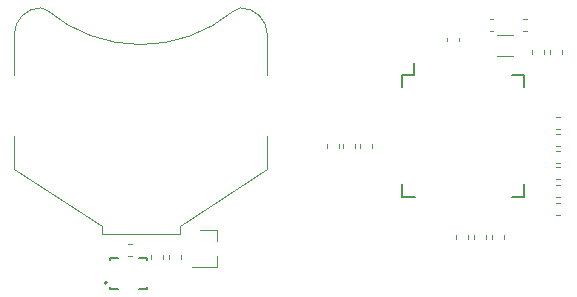
<source format=gbr>
G04 #@! TF.GenerationSoftware,KiCad,Pcbnew,5.0.2+dfsg1-1~bpo9+1*
G04 #@! TF.CreationDate,2019-04-08T01:26:04+03:00*
G04 #@! TF.ProjectId,kicad,6b696361-642e-46b6-9963-61645f706362,rev?*
G04 #@! TF.SameCoordinates,Original*
G04 #@! TF.FileFunction,Legend,Bot*
G04 #@! TF.FilePolarity,Positive*
%FSLAX46Y46*%
G04 Gerber Fmt 4.6, Leading zero omitted, Abs format (unit mm)*
G04 Created by KiCad (PCBNEW 5.0.2+dfsg1-1~bpo9+1) date Mon 08 Apr 2019 01:26:04 AM MSK*
%MOMM*%
%LPD*%
G01*
G04 APERTURE LIST*
%ADD10C,0.120000*%
%ADD11C,0.150000*%
%ADD12C,0.127000*%
%ADD13C,0.200000*%
%ADD14C,0.100000*%
%ADD15C,0.925800*%
%ADD16R,1.050800X0.300800*%
%ADD17R,0.300800X1.050800*%
%ADD18R,1.050800X1.850800*%
%ADD19R,0.630800X0.400800*%
%ADD20R,0.400800X0.630800*%
%ADD21C,1.750800*%
%ADD22R,7.050800X8.050800*%
%ADD23R,5.130800X5.130800*%
%ADD24R,0.950800X0.850800*%
G04 APERTURE END LIST*
D10*
G04 #@! TO.C,R1*
X181980721Y-99947000D02*
X182306279Y-99947000D01*
X181980721Y-100967000D02*
X182306279Y-100967000D01*
D11*
G04 #@! TO.C,U1*
X169932080Y-90582560D02*
X169932080Y-89557560D01*
X168932080Y-100932560D02*
X168932080Y-99857560D01*
X179282080Y-100932560D02*
X179282080Y-99857560D01*
X179282080Y-90582560D02*
X179282080Y-91657560D01*
X168932080Y-90582560D02*
X168932080Y-91657560D01*
X179282080Y-90582560D02*
X178207080Y-90582560D01*
X179282080Y-100932560D02*
X178207080Y-100932560D01*
X168932080Y-100932560D02*
X170007080Y-100932560D01*
X168932080Y-90582560D02*
X169932080Y-90582560D01*
D10*
G04 #@! TO.C,Y1*
X176998000Y-89013000D02*
X178348000Y-89013000D01*
X176998000Y-87263000D02*
X178348000Y-87263000D01*
G04 #@! TO.C,C1*
X174500000Y-104129721D02*
X174500000Y-104455279D01*
X173480000Y-104129721D02*
X173480000Y-104455279D01*
G04 #@! TO.C,C3*
X181980721Y-95629000D02*
X182306279Y-95629000D01*
X181980721Y-96649000D02*
X182306279Y-96649000D01*
G04 #@! TO.C,C4*
X165352000Y-96809779D02*
X165352000Y-96484221D01*
X166372000Y-96809779D02*
X166372000Y-96484221D01*
G04 #@! TO.C,C5*
X163955000Y-96809779D02*
X163955000Y-96484221D01*
X164975000Y-96809779D02*
X164975000Y-96484221D01*
G04 #@! TO.C,C6*
X181980721Y-98046000D02*
X182306279Y-98046000D01*
X181980721Y-97026000D02*
X182306279Y-97026000D01*
G04 #@! TO.C,C7*
X181980721Y-94193900D02*
X182306279Y-94193900D01*
X181980721Y-95213900D02*
X182306279Y-95213900D01*
G04 #@! TO.C,C8*
X181980721Y-98423000D02*
X182306279Y-98423000D01*
X181980721Y-99443000D02*
X182306279Y-99443000D01*
G04 #@! TO.C,C9*
X176024000Y-104129721D02*
X176024000Y-104455279D01*
X175004000Y-104129721D02*
X175004000Y-104455279D01*
G04 #@! TO.C,C10*
X177548000Y-104129721D02*
X177548000Y-104455279D01*
X176528000Y-104129721D02*
X176528000Y-104455279D01*
G04 #@! TO.C,C11*
X162558000Y-96809779D02*
X162558000Y-96484221D01*
X163578000Y-96809779D02*
X163578000Y-96484221D01*
G04 #@! TO.C,C12*
X145734721Y-104900000D02*
X146060279Y-104900000D01*
X145734721Y-105920000D02*
X146060279Y-105920000D01*
G04 #@! TO.C,C13*
X147699000Y-106182279D02*
X147699000Y-105856721D01*
X148719000Y-106182279D02*
X148719000Y-105856721D01*
G04 #@! TO.C,R2*
X181481000Y-88834279D02*
X181481000Y-88508721D01*
X182501000Y-88834279D02*
X182501000Y-88508721D01*
D12*
G04 #@! TO.C,U2*
X144234400Y-106141600D02*
X144884400Y-106141600D01*
X144234400Y-106291600D02*
X144234400Y-106141600D01*
X147334400Y-106141600D02*
X146684400Y-106141600D01*
X147334400Y-106291600D02*
X147334400Y-106141600D01*
X147334400Y-108741600D02*
X147334400Y-108591600D01*
X146684400Y-108741600D02*
X147334400Y-108741600D01*
X144234400Y-108741600D02*
X144234400Y-108591600D01*
X144884400Y-108741600D02*
X144234400Y-108741600D01*
D13*
X143934400Y-108191600D02*
G75*
G03X143934400Y-108191600I-100000J0D01*
G01*
D14*
G04 #@! TO.C,BT1*
X136103667Y-98551333D02*
X136103667Y-95801333D01*
X143520333Y-103426333D02*
X136103667Y-98551333D01*
X143520333Y-104093000D02*
X143520333Y-103426333D01*
X143520333Y-104093000D02*
X150103667Y-104093000D01*
X150103667Y-104093000D02*
X150103667Y-103426333D01*
X150103667Y-103426333D02*
X157520333Y-98551333D01*
X157520333Y-98551333D02*
X157520333Y-95801333D01*
X136103667Y-90634667D02*
X136103667Y-87134667D01*
X157520333Y-90634667D02*
X157520333Y-87134667D01*
X157520333Y-87176333D02*
G75*
G03X155270333Y-84926333I-2250000J0D01*
G01*
X136103667Y-87176333D02*
G75*
G02X138353667Y-84926333I2250000J0D01*
G01*
X138913460Y-85158207D02*
G75*
G03X138353667Y-84926333I-559793J-559793D01*
G01*
X154710540Y-85158207D02*
G75*
G02X155270333Y-84926333I559793J-559793D01*
G01*
X154679036Y-85186274D02*
G75*
G02X138853667Y-85109667I-7867036J9468274D01*
G01*
D10*
G04 #@! TO.C,C2*
X172718000Y-87767279D02*
X172718000Y-87441721D01*
X173738000Y-87767279D02*
X173738000Y-87441721D01*
G04 #@! TO.C,C14*
X150243000Y-106182279D02*
X150243000Y-105856721D01*
X149223000Y-106182279D02*
X149223000Y-105856721D01*
G04 #@! TO.C,C15*
X176341721Y-85850000D02*
X176667279Y-85850000D01*
X176341721Y-86870000D02*
X176667279Y-86870000D01*
G04 #@! TO.C,C16*
X179186721Y-86870000D02*
X179512279Y-86870000D01*
X179186721Y-85850000D02*
X179512279Y-85850000D01*
G04 #@! TO.C,Q1*
X153287000Y-103703000D02*
X153287000Y-104633000D01*
X153287000Y-106863000D02*
X153287000Y-105933000D01*
X153287000Y-106863000D02*
X151127000Y-106863000D01*
X153287000Y-103703000D02*
X151827000Y-103703000D01*
G04 #@! TO.C,FB1*
X181980721Y-102491000D02*
X182306279Y-102491000D01*
X181980721Y-101471000D02*
X182306279Y-101471000D01*
G04 #@! TO.C,R3*
X180977000Y-88834279D02*
X180977000Y-88508721D01*
X179957000Y-88834279D02*
X179957000Y-88508721D01*
G04 #@! TD*
%LPC*%
D14*
G04 #@! TO.C,R1*
G36*
X183185136Y-99957714D02*
X183207604Y-99961047D01*
X183229636Y-99966566D01*
X183251022Y-99974218D01*
X183271555Y-99983929D01*
X183291037Y-99995606D01*
X183309280Y-100009137D01*
X183326110Y-100024390D01*
X183341363Y-100041220D01*
X183354894Y-100059463D01*
X183366571Y-100078945D01*
X183376282Y-100099478D01*
X183383934Y-100120864D01*
X183389453Y-100142896D01*
X183392786Y-100165364D01*
X183393900Y-100188050D01*
X183393900Y-100725950D01*
X183392786Y-100748636D01*
X183389453Y-100771104D01*
X183383934Y-100793136D01*
X183376282Y-100814522D01*
X183366571Y-100835055D01*
X183354894Y-100854537D01*
X183341363Y-100872780D01*
X183326110Y-100889610D01*
X183309280Y-100904863D01*
X183291037Y-100918394D01*
X183271555Y-100930071D01*
X183251022Y-100939782D01*
X183229636Y-100947434D01*
X183207604Y-100952953D01*
X183185136Y-100956286D01*
X183162450Y-100957400D01*
X182699550Y-100957400D01*
X182676864Y-100956286D01*
X182654396Y-100952953D01*
X182632364Y-100947434D01*
X182610978Y-100939782D01*
X182590445Y-100930071D01*
X182570963Y-100918394D01*
X182552720Y-100904863D01*
X182535890Y-100889610D01*
X182520637Y-100872780D01*
X182507106Y-100854537D01*
X182495429Y-100835055D01*
X182485718Y-100814522D01*
X182478066Y-100793136D01*
X182472547Y-100771104D01*
X182469214Y-100748636D01*
X182468100Y-100725950D01*
X182468100Y-100188050D01*
X182469214Y-100165364D01*
X182472547Y-100142896D01*
X182478066Y-100120864D01*
X182485718Y-100099478D01*
X182495429Y-100078945D01*
X182507106Y-100059463D01*
X182520637Y-100041220D01*
X182535890Y-100024390D01*
X182552720Y-100009137D01*
X182570963Y-99995606D01*
X182590445Y-99983929D01*
X182610978Y-99974218D01*
X182632364Y-99966566D01*
X182654396Y-99961047D01*
X182676864Y-99957714D01*
X182699550Y-99956600D01*
X183162450Y-99956600D01*
X183185136Y-99957714D01*
X183185136Y-99957714D01*
G37*
D15*
X182931000Y-100457000D03*
D14*
G36*
X181610136Y-99957714D02*
X181632604Y-99961047D01*
X181654636Y-99966566D01*
X181676022Y-99974218D01*
X181696555Y-99983929D01*
X181716037Y-99995606D01*
X181734280Y-100009137D01*
X181751110Y-100024390D01*
X181766363Y-100041220D01*
X181779894Y-100059463D01*
X181791571Y-100078945D01*
X181801282Y-100099478D01*
X181808934Y-100120864D01*
X181814453Y-100142896D01*
X181817786Y-100165364D01*
X181818900Y-100188050D01*
X181818900Y-100725950D01*
X181817786Y-100748636D01*
X181814453Y-100771104D01*
X181808934Y-100793136D01*
X181801282Y-100814522D01*
X181791571Y-100835055D01*
X181779894Y-100854537D01*
X181766363Y-100872780D01*
X181751110Y-100889610D01*
X181734280Y-100904863D01*
X181716037Y-100918394D01*
X181696555Y-100930071D01*
X181676022Y-100939782D01*
X181654636Y-100947434D01*
X181632604Y-100952953D01*
X181610136Y-100956286D01*
X181587450Y-100957400D01*
X181124550Y-100957400D01*
X181101864Y-100956286D01*
X181079396Y-100952953D01*
X181057364Y-100947434D01*
X181035978Y-100939782D01*
X181015445Y-100930071D01*
X180995963Y-100918394D01*
X180977720Y-100904863D01*
X180960890Y-100889610D01*
X180945637Y-100872780D01*
X180932106Y-100854537D01*
X180920429Y-100835055D01*
X180910718Y-100814522D01*
X180903066Y-100793136D01*
X180897547Y-100771104D01*
X180894214Y-100748636D01*
X180893100Y-100725950D01*
X180893100Y-100188050D01*
X180894214Y-100165364D01*
X180897547Y-100142896D01*
X180903066Y-100120864D01*
X180910718Y-100099478D01*
X180920429Y-100078945D01*
X180932106Y-100059463D01*
X180945637Y-100041220D01*
X180960890Y-100024390D01*
X180977720Y-100009137D01*
X180995963Y-99995606D01*
X181015445Y-99983929D01*
X181035978Y-99974218D01*
X181057364Y-99966566D01*
X181079396Y-99961047D01*
X181101864Y-99957714D01*
X181124550Y-99956600D01*
X181587450Y-99956600D01*
X181610136Y-99957714D01*
X181610136Y-99957714D01*
G37*
D15*
X181356000Y-100457000D03*
G04 #@! TD*
D16*
G04 #@! TO.C,U1*
X168407080Y-92007560D03*
X168407080Y-92507560D03*
X168407080Y-93007560D03*
X168407080Y-93507560D03*
X168407080Y-94007560D03*
X168407080Y-94507560D03*
X168407080Y-95007560D03*
X168407080Y-95507560D03*
X168407080Y-96007560D03*
X168407080Y-96507560D03*
X168407080Y-97007560D03*
X168407080Y-97507560D03*
X168407080Y-98007560D03*
X168407080Y-98507560D03*
X168407080Y-99007560D03*
X168407080Y-99507560D03*
D17*
X170357080Y-101457560D03*
X170857080Y-101457560D03*
X171357080Y-101457560D03*
X171857080Y-101457560D03*
X172357080Y-101457560D03*
X172857080Y-101457560D03*
X173357080Y-101457560D03*
X173857080Y-101457560D03*
X174357080Y-101457560D03*
X174857080Y-101457560D03*
X175357080Y-101457560D03*
X175857080Y-101457560D03*
X176357080Y-101457560D03*
X176857080Y-101457560D03*
X177357080Y-101457560D03*
X177857080Y-101457560D03*
D16*
X179807080Y-99507560D03*
X179807080Y-99007560D03*
X179807080Y-98507560D03*
X179807080Y-98007560D03*
X179807080Y-97507560D03*
X179807080Y-97007560D03*
X179807080Y-96507560D03*
X179807080Y-96007560D03*
X179807080Y-95507560D03*
X179807080Y-95007560D03*
X179807080Y-94507560D03*
X179807080Y-94007560D03*
X179807080Y-93507560D03*
X179807080Y-93007560D03*
X179807080Y-92507560D03*
X179807080Y-92007560D03*
D17*
X177857080Y-90057560D03*
X177357080Y-90057560D03*
X176857080Y-90057560D03*
X176357080Y-90057560D03*
X175857080Y-90057560D03*
X175357080Y-90057560D03*
X174857080Y-90057560D03*
X174357080Y-90057560D03*
X173857080Y-90057560D03*
X173357080Y-90057560D03*
X172857080Y-90057560D03*
X172357080Y-90057560D03*
X171857080Y-90057560D03*
X171357080Y-90057560D03*
X170857080Y-90057560D03*
X170357080Y-90057560D03*
G04 #@! TD*
D18*
G04 #@! TO.C,Y1*
X176423000Y-88138000D03*
X178923000Y-88138000D03*
G04 #@! TD*
D14*
G04 #@! TO.C,C1*
G36*
X174281636Y-104618214D02*
X174304104Y-104621547D01*
X174326136Y-104627066D01*
X174347522Y-104634718D01*
X174368055Y-104644429D01*
X174387537Y-104656106D01*
X174405780Y-104669637D01*
X174422610Y-104684890D01*
X174437863Y-104701720D01*
X174451394Y-104719963D01*
X174463071Y-104739445D01*
X174472782Y-104759978D01*
X174480434Y-104781364D01*
X174485953Y-104803396D01*
X174489286Y-104825864D01*
X174490400Y-104848550D01*
X174490400Y-105311450D01*
X174489286Y-105334136D01*
X174485953Y-105356604D01*
X174480434Y-105378636D01*
X174472782Y-105400022D01*
X174463071Y-105420555D01*
X174451394Y-105440037D01*
X174437863Y-105458280D01*
X174422610Y-105475110D01*
X174405780Y-105490363D01*
X174387537Y-105503894D01*
X174368055Y-105515571D01*
X174347522Y-105525282D01*
X174326136Y-105532934D01*
X174304104Y-105538453D01*
X174281636Y-105541786D01*
X174258950Y-105542900D01*
X173721050Y-105542900D01*
X173698364Y-105541786D01*
X173675896Y-105538453D01*
X173653864Y-105532934D01*
X173632478Y-105525282D01*
X173611945Y-105515571D01*
X173592463Y-105503894D01*
X173574220Y-105490363D01*
X173557390Y-105475110D01*
X173542137Y-105458280D01*
X173528606Y-105440037D01*
X173516929Y-105420555D01*
X173507218Y-105400022D01*
X173499566Y-105378636D01*
X173494047Y-105356604D01*
X173490714Y-105334136D01*
X173489600Y-105311450D01*
X173489600Y-104848550D01*
X173490714Y-104825864D01*
X173494047Y-104803396D01*
X173499566Y-104781364D01*
X173507218Y-104759978D01*
X173516929Y-104739445D01*
X173528606Y-104719963D01*
X173542137Y-104701720D01*
X173557390Y-104684890D01*
X173574220Y-104669637D01*
X173592463Y-104656106D01*
X173611945Y-104644429D01*
X173632478Y-104634718D01*
X173653864Y-104627066D01*
X173675896Y-104621547D01*
X173698364Y-104618214D01*
X173721050Y-104617100D01*
X174258950Y-104617100D01*
X174281636Y-104618214D01*
X174281636Y-104618214D01*
G37*
D15*
X173990000Y-105080000D03*
D14*
G36*
X174281636Y-103043214D02*
X174304104Y-103046547D01*
X174326136Y-103052066D01*
X174347522Y-103059718D01*
X174368055Y-103069429D01*
X174387537Y-103081106D01*
X174405780Y-103094637D01*
X174422610Y-103109890D01*
X174437863Y-103126720D01*
X174451394Y-103144963D01*
X174463071Y-103164445D01*
X174472782Y-103184978D01*
X174480434Y-103206364D01*
X174485953Y-103228396D01*
X174489286Y-103250864D01*
X174490400Y-103273550D01*
X174490400Y-103736450D01*
X174489286Y-103759136D01*
X174485953Y-103781604D01*
X174480434Y-103803636D01*
X174472782Y-103825022D01*
X174463071Y-103845555D01*
X174451394Y-103865037D01*
X174437863Y-103883280D01*
X174422610Y-103900110D01*
X174405780Y-103915363D01*
X174387537Y-103928894D01*
X174368055Y-103940571D01*
X174347522Y-103950282D01*
X174326136Y-103957934D01*
X174304104Y-103963453D01*
X174281636Y-103966786D01*
X174258950Y-103967900D01*
X173721050Y-103967900D01*
X173698364Y-103966786D01*
X173675896Y-103963453D01*
X173653864Y-103957934D01*
X173632478Y-103950282D01*
X173611945Y-103940571D01*
X173592463Y-103928894D01*
X173574220Y-103915363D01*
X173557390Y-103900110D01*
X173542137Y-103883280D01*
X173528606Y-103865037D01*
X173516929Y-103845555D01*
X173507218Y-103825022D01*
X173499566Y-103803636D01*
X173494047Y-103781604D01*
X173490714Y-103759136D01*
X173489600Y-103736450D01*
X173489600Y-103273550D01*
X173490714Y-103250864D01*
X173494047Y-103228396D01*
X173499566Y-103206364D01*
X173507218Y-103184978D01*
X173516929Y-103164445D01*
X173528606Y-103144963D01*
X173542137Y-103126720D01*
X173557390Y-103109890D01*
X173574220Y-103094637D01*
X173592463Y-103081106D01*
X173611945Y-103069429D01*
X173632478Y-103059718D01*
X173653864Y-103052066D01*
X173675896Y-103046547D01*
X173698364Y-103043214D01*
X173721050Y-103042100D01*
X174258950Y-103042100D01*
X174281636Y-103043214D01*
X174281636Y-103043214D01*
G37*
D15*
X173990000Y-103505000D03*
G04 #@! TD*
D14*
G04 #@! TO.C,C3*
G36*
X183185136Y-95639714D02*
X183207604Y-95643047D01*
X183229636Y-95648566D01*
X183251022Y-95656218D01*
X183271555Y-95665929D01*
X183291037Y-95677606D01*
X183309280Y-95691137D01*
X183326110Y-95706390D01*
X183341363Y-95723220D01*
X183354894Y-95741463D01*
X183366571Y-95760945D01*
X183376282Y-95781478D01*
X183383934Y-95802864D01*
X183389453Y-95824896D01*
X183392786Y-95847364D01*
X183393900Y-95870050D01*
X183393900Y-96407950D01*
X183392786Y-96430636D01*
X183389453Y-96453104D01*
X183383934Y-96475136D01*
X183376282Y-96496522D01*
X183366571Y-96517055D01*
X183354894Y-96536537D01*
X183341363Y-96554780D01*
X183326110Y-96571610D01*
X183309280Y-96586863D01*
X183291037Y-96600394D01*
X183271555Y-96612071D01*
X183251022Y-96621782D01*
X183229636Y-96629434D01*
X183207604Y-96634953D01*
X183185136Y-96638286D01*
X183162450Y-96639400D01*
X182699550Y-96639400D01*
X182676864Y-96638286D01*
X182654396Y-96634953D01*
X182632364Y-96629434D01*
X182610978Y-96621782D01*
X182590445Y-96612071D01*
X182570963Y-96600394D01*
X182552720Y-96586863D01*
X182535890Y-96571610D01*
X182520637Y-96554780D01*
X182507106Y-96536537D01*
X182495429Y-96517055D01*
X182485718Y-96496522D01*
X182478066Y-96475136D01*
X182472547Y-96453104D01*
X182469214Y-96430636D01*
X182468100Y-96407950D01*
X182468100Y-95870050D01*
X182469214Y-95847364D01*
X182472547Y-95824896D01*
X182478066Y-95802864D01*
X182485718Y-95781478D01*
X182495429Y-95760945D01*
X182507106Y-95741463D01*
X182520637Y-95723220D01*
X182535890Y-95706390D01*
X182552720Y-95691137D01*
X182570963Y-95677606D01*
X182590445Y-95665929D01*
X182610978Y-95656218D01*
X182632364Y-95648566D01*
X182654396Y-95643047D01*
X182676864Y-95639714D01*
X182699550Y-95638600D01*
X183162450Y-95638600D01*
X183185136Y-95639714D01*
X183185136Y-95639714D01*
G37*
D15*
X182931000Y-96139000D03*
D14*
G36*
X181610136Y-95639714D02*
X181632604Y-95643047D01*
X181654636Y-95648566D01*
X181676022Y-95656218D01*
X181696555Y-95665929D01*
X181716037Y-95677606D01*
X181734280Y-95691137D01*
X181751110Y-95706390D01*
X181766363Y-95723220D01*
X181779894Y-95741463D01*
X181791571Y-95760945D01*
X181801282Y-95781478D01*
X181808934Y-95802864D01*
X181814453Y-95824896D01*
X181817786Y-95847364D01*
X181818900Y-95870050D01*
X181818900Y-96407950D01*
X181817786Y-96430636D01*
X181814453Y-96453104D01*
X181808934Y-96475136D01*
X181801282Y-96496522D01*
X181791571Y-96517055D01*
X181779894Y-96536537D01*
X181766363Y-96554780D01*
X181751110Y-96571610D01*
X181734280Y-96586863D01*
X181716037Y-96600394D01*
X181696555Y-96612071D01*
X181676022Y-96621782D01*
X181654636Y-96629434D01*
X181632604Y-96634953D01*
X181610136Y-96638286D01*
X181587450Y-96639400D01*
X181124550Y-96639400D01*
X181101864Y-96638286D01*
X181079396Y-96634953D01*
X181057364Y-96629434D01*
X181035978Y-96621782D01*
X181015445Y-96612071D01*
X180995963Y-96600394D01*
X180977720Y-96586863D01*
X180960890Y-96571610D01*
X180945637Y-96554780D01*
X180932106Y-96536537D01*
X180920429Y-96517055D01*
X180910718Y-96496522D01*
X180903066Y-96475136D01*
X180897547Y-96453104D01*
X180894214Y-96430636D01*
X180893100Y-96407950D01*
X180893100Y-95870050D01*
X180894214Y-95847364D01*
X180897547Y-95824896D01*
X180903066Y-95802864D01*
X180910718Y-95781478D01*
X180920429Y-95760945D01*
X180932106Y-95741463D01*
X180945637Y-95723220D01*
X180960890Y-95706390D01*
X180977720Y-95691137D01*
X180995963Y-95677606D01*
X181015445Y-95665929D01*
X181035978Y-95656218D01*
X181057364Y-95648566D01*
X181079396Y-95643047D01*
X181101864Y-95639714D01*
X181124550Y-95638600D01*
X181587450Y-95638600D01*
X181610136Y-95639714D01*
X181610136Y-95639714D01*
G37*
D15*
X181356000Y-96139000D03*
G04 #@! TD*
D14*
G04 #@! TO.C,C4*
G36*
X166153636Y-95397714D02*
X166176104Y-95401047D01*
X166198136Y-95406566D01*
X166219522Y-95414218D01*
X166240055Y-95423929D01*
X166259537Y-95435606D01*
X166277780Y-95449137D01*
X166294610Y-95464390D01*
X166309863Y-95481220D01*
X166323394Y-95499463D01*
X166335071Y-95518945D01*
X166344782Y-95539478D01*
X166352434Y-95560864D01*
X166357953Y-95582896D01*
X166361286Y-95605364D01*
X166362400Y-95628050D01*
X166362400Y-96090950D01*
X166361286Y-96113636D01*
X166357953Y-96136104D01*
X166352434Y-96158136D01*
X166344782Y-96179522D01*
X166335071Y-96200055D01*
X166323394Y-96219537D01*
X166309863Y-96237780D01*
X166294610Y-96254610D01*
X166277780Y-96269863D01*
X166259537Y-96283394D01*
X166240055Y-96295071D01*
X166219522Y-96304782D01*
X166198136Y-96312434D01*
X166176104Y-96317953D01*
X166153636Y-96321286D01*
X166130950Y-96322400D01*
X165593050Y-96322400D01*
X165570364Y-96321286D01*
X165547896Y-96317953D01*
X165525864Y-96312434D01*
X165504478Y-96304782D01*
X165483945Y-96295071D01*
X165464463Y-96283394D01*
X165446220Y-96269863D01*
X165429390Y-96254610D01*
X165414137Y-96237780D01*
X165400606Y-96219537D01*
X165388929Y-96200055D01*
X165379218Y-96179522D01*
X165371566Y-96158136D01*
X165366047Y-96136104D01*
X165362714Y-96113636D01*
X165361600Y-96090950D01*
X165361600Y-95628050D01*
X165362714Y-95605364D01*
X165366047Y-95582896D01*
X165371566Y-95560864D01*
X165379218Y-95539478D01*
X165388929Y-95518945D01*
X165400606Y-95499463D01*
X165414137Y-95481220D01*
X165429390Y-95464390D01*
X165446220Y-95449137D01*
X165464463Y-95435606D01*
X165483945Y-95423929D01*
X165504478Y-95414218D01*
X165525864Y-95406566D01*
X165547896Y-95401047D01*
X165570364Y-95397714D01*
X165593050Y-95396600D01*
X166130950Y-95396600D01*
X166153636Y-95397714D01*
X166153636Y-95397714D01*
G37*
D15*
X165862000Y-95859500D03*
D14*
G36*
X166153636Y-96972714D02*
X166176104Y-96976047D01*
X166198136Y-96981566D01*
X166219522Y-96989218D01*
X166240055Y-96998929D01*
X166259537Y-97010606D01*
X166277780Y-97024137D01*
X166294610Y-97039390D01*
X166309863Y-97056220D01*
X166323394Y-97074463D01*
X166335071Y-97093945D01*
X166344782Y-97114478D01*
X166352434Y-97135864D01*
X166357953Y-97157896D01*
X166361286Y-97180364D01*
X166362400Y-97203050D01*
X166362400Y-97665950D01*
X166361286Y-97688636D01*
X166357953Y-97711104D01*
X166352434Y-97733136D01*
X166344782Y-97754522D01*
X166335071Y-97775055D01*
X166323394Y-97794537D01*
X166309863Y-97812780D01*
X166294610Y-97829610D01*
X166277780Y-97844863D01*
X166259537Y-97858394D01*
X166240055Y-97870071D01*
X166219522Y-97879782D01*
X166198136Y-97887434D01*
X166176104Y-97892953D01*
X166153636Y-97896286D01*
X166130950Y-97897400D01*
X165593050Y-97897400D01*
X165570364Y-97896286D01*
X165547896Y-97892953D01*
X165525864Y-97887434D01*
X165504478Y-97879782D01*
X165483945Y-97870071D01*
X165464463Y-97858394D01*
X165446220Y-97844863D01*
X165429390Y-97829610D01*
X165414137Y-97812780D01*
X165400606Y-97794537D01*
X165388929Y-97775055D01*
X165379218Y-97754522D01*
X165371566Y-97733136D01*
X165366047Y-97711104D01*
X165362714Y-97688636D01*
X165361600Y-97665950D01*
X165361600Y-97203050D01*
X165362714Y-97180364D01*
X165366047Y-97157896D01*
X165371566Y-97135864D01*
X165379218Y-97114478D01*
X165388929Y-97093945D01*
X165400606Y-97074463D01*
X165414137Y-97056220D01*
X165429390Y-97039390D01*
X165446220Y-97024137D01*
X165464463Y-97010606D01*
X165483945Y-96998929D01*
X165504478Y-96989218D01*
X165525864Y-96981566D01*
X165547896Y-96976047D01*
X165570364Y-96972714D01*
X165593050Y-96971600D01*
X166130950Y-96971600D01*
X166153636Y-96972714D01*
X166153636Y-96972714D01*
G37*
D15*
X165862000Y-97434500D03*
G04 #@! TD*
D14*
G04 #@! TO.C,C5*
G36*
X164756636Y-95397714D02*
X164779104Y-95401047D01*
X164801136Y-95406566D01*
X164822522Y-95414218D01*
X164843055Y-95423929D01*
X164862537Y-95435606D01*
X164880780Y-95449137D01*
X164897610Y-95464390D01*
X164912863Y-95481220D01*
X164926394Y-95499463D01*
X164938071Y-95518945D01*
X164947782Y-95539478D01*
X164955434Y-95560864D01*
X164960953Y-95582896D01*
X164964286Y-95605364D01*
X164965400Y-95628050D01*
X164965400Y-96090950D01*
X164964286Y-96113636D01*
X164960953Y-96136104D01*
X164955434Y-96158136D01*
X164947782Y-96179522D01*
X164938071Y-96200055D01*
X164926394Y-96219537D01*
X164912863Y-96237780D01*
X164897610Y-96254610D01*
X164880780Y-96269863D01*
X164862537Y-96283394D01*
X164843055Y-96295071D01*
X164822522Y-96304782D01*
X164801136Y-96312434D01*
X164779104Y-96317953D01*
X164756636Y-96321286D01*
X164733950Y-96322400D01*
X164196050Y-96322400D01*
X164173364Y-96321286D01*
X164150896Y-96317953D01*
X164128864Y-96312434D01*
X164107478Y-96304782D01*
X164086945Y-96295071D01*
X164067463Y-96283394D01*
X164049220Y-96269863D01*
X164032390Y-96254610D01*
X164017137Y-96237780D01*
X164003606Y-96219537D01*
X163991929Y-96200055D01*
X163982218Y-96179522D01*
X163974566Y-96158136D01*
X163969047Y-96136104D01*
X163965714Y-96113636D01*
X163964600Y-96090950D01*
X163964600Y-95628050D01*
X163965714Y-95605364D01*
X163969047Y-95582896D01*
X163974566Y-95560864D01*
X163982218Y-95539478D01*
X163991929Y-95518945D01*
X164003606Y-95499463D01*
X164017137Y-95481220D01*
X164032390Y-95464390D01*
X164049220Y-95449137D01*
X164067463Y-95435606D01*
X164086945Y-95423929D01*
X164107478Y-95414218D01*
X164128864Y-95406566D01*
X164150896Y-95401047D01*
X164173364Y-95397714D01*
X164196050Y-95396600D01*
X164733950Y-95396600D01*
X164756636Y-95397714D01*
X164756636Y-95397714D01*
G37*
D15*
X164465000Y-95859500D03*
D14*
G36*
X164756636Y-96972714D02*
X164779104Y-96976047D01*
X164801136Y-96981566D01*
X164822522Y-96989218D01*
X164843055Y-96998929D01*
X164862537Y-97010606D01*
X164880780Y-97024137D01*
X164897610Y-97039390D01*
X164912863Y-97056220D01*
X164926394Y-97074463D01*
X164938071Y-97093945D01*
X164947782Y-97114478D01*
X164955434Y-97135864D01*
X164960953Y-97157896D01*
X164964286Y-97180364D01*
X164965400Y-97203050D01*
X164965400Y-97665950D01*
X164964286Y-97688636D01*
X164960953Y-97711104D01*
X164955434Y-97733136D01*
X164947782Y-97754522D01*
X164938071Y-97775055D01*
X164926394Y-97794537D01*
X164912863Y-97812780D01*
X164897610Y-97829610D01*
X164880780Y-97844863D01*
X164862537Y-97858394D01*
X164843055Y-97870071D01*
X164822522Y-97879782D01*
X164801136Y-97887434D01*
X164779104Y-97892953D01*
X164756636Y-97896286D01*
X164733950Y-97897400D01*
X164196050Y-97897400D01*
X164173364Y-97896286D01*
X164150896Y-97892953D01*
X164128864Y-97887434D01*
X164107478Y-97879782D01*
X164086945Y-97870071D01*
X164067463Y-97858394D01*
X164049220Y-97844863D01*
X164032390Y-97829610D01*
X164017137Y-97812780D01*
X164003606Y-97794537D01*
X163991929Y-97775055D01*
X163982218Y-97754522D01*
X163974566Y-97733136D01*
X163969047Y-97711104D01*
X163965714Y-97688636D01*
X163964600Y-97665950D01*
X163964600Y-97203050D01*
X163965714Y-97180364D01*
X163969047Y-97157896D01*
X163974566Y-97135864D01*
X163982218Y-97114478D01*
X163991929Y-97093945D01*
X164003606Y-97074463D01*
X164017137Y-97056220D01*
X164032390Y-97039390D01*
X164049220Y-97024137D01*
X164067463Y-97010606D01*
X164086945Y-96998929D01*
X164107478Y-96989218D01*
X164128864Y-96981566D01*
X164150896Y-96976047D01*
X164173364Y-96972714D01*
X164196050Y-96971600D01*
X164733950Y-96971600D01*
X164756636Y-96972714D01*
X164756636Y-96972714D01*
G37*
D15*
X164465000Y-97434500D03*
G04 #@! TD*
D14*
G04 #@! TO.C,C6*
G36*
X181610136Y-97036714D02*
X181632604Y-97040047D01*
X181654636Y-97045566D01*
X181676022Y-97053218D01*
X181696555Y-97062929D01*
X181716037Y-97074606D01*
X181734280Y-97088137D01*
X181751110Y-97103390D01*
X181766363Y-97120220D01*
X181779894Y-97138463D01*
X181791571Y-97157945D01*
X181801282Y-97178478D01*
X181808934Y-97199864D01*
X181814453Y-97221896D01*
X181817786Y-97244364D01*
X181818900Y-97267050D01*
X181818900Y-97804950D01*
X181817786Y-97827636D01*
X181814453Y-97850104D01*
X181808934Y-97872136D01*
X181801282Y-97893522D01*
X181791571Y-97914055D01*
X181779894Y-97933537D01*
X181766363Y-97951780D01*
X181751110Y-97968610D01*
X181734280Y-97983863D01*
X181716037Y-97997394D01*
X181696555Y-98009071D01*
X181676022Y-98018782D01*
X181654636Y-98026434D01*
X181632604Y-98031953D01*
X181610136Y-98035286D01*
X181587450Y-98036400D01*
X181124550Y-98036400D01*
X181101864Y-98035286D01*
X181079396Y-98031953D01*
X181057364Y-98026434D01*
X181035978Y-98018782D01*
X181015445Y-98009071D01*
X180995963Y-97997394D01*
X180977720Y-97983863D01*
X180960890Y-97968610D01*
X180945637Y-97951780D01*
X180932106Y-97933537D01*
X180920429Y-97914055D01*
X180910718Y-97893522D01*
X180903066Y-97872136D01*
X180897547Y-97850104D01*
X180894214Y-97827636D01*
X180893100Y-97804950D01*
X180893100Y-97267050D01*
X180894214Y-97244364D01*
X180897547Y-97221896D01*
X180903066Y-97199864D01*
X180910718Y-97178478D01*
X180920429Y-97157945D01*
X180932106Y-97138463D01*
X180945637Y-97120220D01*
X180960890Y-97103390D01*
X180977720Y-97088137D01*
X180995963Y-97074606D01*
X181015445Y-97062929D01*
X181035978Y-97053218D01*
X181057364Y-97045566D01*
X181079396Y-97040047D01*
X181101864Y-97036714D01*
X181124550Y-97035600D01*
X181587450Y-97035600D01*
X181610136Y-97036714D01*
X181610136Y-97036714D01*
G37*
D15*
X181356000Y-97536000D03*
D14*
G36*
X183185136Y-97036714D02*
X183207604Y-97040047D01*
X183229636Y-97045566D01*
X183251022Y-97053218D01*
X183271555Y-97062929D01*
X183291037Y-97074606D01*
X183309280Y-97088137D01*
X183326110Y-97103390D01*
X183341363Y-97120220D01*
X183354894Y-97138463D01*
X183366571Y-97157945D01*
X183376282Y-97178478D01*
X183383934Y-97199864D01*
X183389453Y-97221896D01*
X183392786Y-97244364D01*
X183393900Y-97267050D01*
X183393900Y-97804950D01*
X183392786Y-97827636D01*
X183389453Y-97850104D01*
X183383934Y-97872136D01*
X183376282Y-97893522D01*
X183366571Y-97914055D01*
X183354894Y-97933537D01*
X183341363Y-97951780D01*
X183326110Y-97968610D01*
X183309280Y-97983863D01*
X183291037Y-97997394D01*
X183271555Y-98009071D01*
X183251022Y-98018782D01*
X183229636Y-98026434D01*
X183207604Y-98031953D01*
X183185136Y-98035286D01*
X183162450Y-98036400D01*
X182699550Y-98036400D01*
X182676864Y-98035286D01*
X182654396Y-98031953D01*
X182632364Y-98026434D01*
X182610978Y-98018782D01*
X182590445Y-98009071D01*
X182570963Y-97997394D01*
X182552720Y-97983863D01*
X182535890Y-97968610D01*
X182520637Y-97951780D01*
X182507106Y-97933537D01*
X182495429Y-97914055D01*
X182485718Y-97893522D01*
X182478066Y-97872136D01*
X182472547Y-97850104D01*
X182469214Y-97827636D01*
X182468100Y-97804950D01*
X182468100Y-97267050D01*
X182469214Y-97244364D01*
X182472547Y-97221896D01*
X182478066Y-97199864D01*
X182485718Y-97178478D01*
X182495429Y-97157945D01*
X182507106Y-97138463D01*
X182520637Y-97120220D01*
X182535890Y-97103390D01*
X182552720Y-97088137D01*
X182570963Y-97074606D01*
X182590445Y-97062929D01*
X182610978Y-97053218D01*
X182632364Y-97045566D01*
X182654396Y-97040047D01*
X182676864Y-97036714D01*
X182699550Y-97035600D01*
X183162450Y-97035600D01*
X183185136Y-97036714D01*
X183185136Y-97036714D01*
G37*
D15*
X182931000Y-97536000D03*
G04 #@! TD*
D14*
G04 #@! TO.C,C7*
G36*
X183185136Y-94204614D02*
X183207604Y-94207947D01*
X183229636Y-94213466D01*
X183251022Y-94221118D01*
X183271555Y-94230829D01*
X183291037Y-94242506D01*
X183309280Y-94256037D01*
X183326110Y-94271290D01*
X183341363Y-94288120D01*
X183354894Y-94306363D01*
X183366571Y-94325845D01*
X183376282Y-94346378D01*
X183383934Y-94367764D01*
X183389453Y-94389796D01*
X183392786Y-94412264D01*
X183393900Y-94434950D01*
X183393900Y-94972850D01*
X183392786Y-94995536D01*
X183389453Y-95018004D01*
X183383934Y-95040036D01*
X183376282Y-95061422D01*
X183366571Y-95081955D01*
X183354894Y-95101437D01*
X183341363Y-95119680D01*
X183326110Y-95136510D01*
X183309280Y-95151763D01*
X183291037Y-95165294D01*
X183271555Y-95176971D01*
X183251022Y-95186682D01*
X183229636Y-95194334D01*
X183207604Y-95199853D01*
X183185136Y-95203186D01*
X183162450Y-95204300D01*
X182699550Y-95204300D01*
X182676864Y-95203186D01*
X182654396Y-95199853D01*
X182632364Y-95194334D01*
X182610978Y-95186682D01*
X182590445Y-95176971D01*
X182570963Y-95165294D01*
X182552720Y-95151763D01*
X182535890Y-95136510D01*
X182520637Y-95119680D01*
X182507106Y-95101437D01*
X182495429Y-95081955D01*
X182485718Y-95061422D01*
X182478066Y-95040036D01*
X182472547Y-95018004D01*
X182469214Y-94995536D01*
X182468100Y-94972850D01*
X182468100Y-94434950D01*
X182469214Y-94412264D01*
X182472547Y-94389796D01*
X182478066Y-94367764D01*
X182485718Y-94346378D01*
X182495429Y-94325845D01*
X182507106Y-94306363D01*
X182520637Y-94288120D01*
X182535890Y-94271290D01*
X182552720Y-94256037D01*
X182570963Y-94242506D01*
X182590445Y-94230829D01*
X182610978Y-94221118D01*
X182632364Y-94213466D01*
X182654396Y-94207947D01*
X182676864Y-94204614D01*
X182699550Y-94203500D01*
X183162450Y-94203500D01*
X183185136Y-94204614D01*
X183185136Y-94204614D01*
G37*
D15*
X182931000Y-94703900D03*
D14*
G36*
X181610136Y-94204614D02*
X181632604Y-94207947D01*
X181654636Y-94213466D01*
X181676022Y-94221118D01*
X181696555Y-94230829D01*
X181716037Y-94242506D01*
X181734280Y-94256037D01*
X181751110Y-94271290D01*
X181766363Y-94288120D01*
X181779894Y-94306363D01*
X181791571Y-94325845D01*
X181801282Y-94346378D01*
X181808934Y-94367764D01*
X181814453Y-94389796D01*
X181817786Y-94412264D01*
X181818900Y-94434950D01*
X181818900Y-94972850D01*
X181817786Y-94995536D01*
X181814453Y-95018004D01*
X181808934Y-95040036D01*
X181801282Y-95061422D01*
X181791571Y-95081955D01*
X181779894Y-95101437D01*
X181766363Y-95119680D01*
X181751110Y-95136510D01*
X181734280Y-95151763D01*
X181716037Y-95165294D01*
X181696555Y-95176971D01*
X181676022Y-95186682D01*
X181654636Y-95194334D01*
X181632604Y-95199853D01*
X181610136Y-95203186D01*
X181587450Y-95204300D01*
X181124550Y-95204300D01*
X181101864Y-95203186D01*
X181079396Y-95199853D01*
X181057364Y-95194334D01*
X181035978Y-95186682D01*
X181015445Y-95176971D01*
X180995963Y-95165294D01*
X180977720Y-95151763D01*
X180960890Y-95136510D01*
X180945637Y-95119680D01*
X180932106Y-95101437D01*
X180920429Y-95081955D01*
X180910718Y-95061422D01*
X180903066Y-95040036D01*
X180897547Y-95018004D01*
X180894214Y-94995536D01*
X180893100Y-94972850D01*
X180893100Y-94434950D01*
X180894214Y-94412264D01*
X180897547Y-94389796D01*
X180903066Y-94367764D01*
X180910718Y-94346378D01*
X180920429Y-94325845D01*
X180932106Y-94306363D01*
X180945637Y-94288120D01*
X180960890Y-94271290D01*
X180977720Y-94256037D01*
X180995963Y-94242506D01*
X181015445Y-94230829D01*
X181035978Y-94221118D01*
X181057364Y-94213466D01*
X181079396Y-94207947D01*
X181101864Y-94204614D01*
X181124550Y-94203500D01*
X181587450Y-94203500D01*
X181610136Y-94204614D01*
X181610136Y-94204614D01*
G37*
D15*
X181356000Y-94703900D03*
G04 #@! TD*
D14*
G04 #@! TO.C,C8*
G36*
X183185136Y-98433714D02*
X183207604Y-98437047D01*
X183229636Y-98442566D01*
X183251022Y-98450218D01*
X183271555Y-98459929D01*
X183291037Y-98471606D01*
X183309280Y-98485137D01*
X183326110Y-98500390D01*
X183341363Y-98517220D01*
X183354894Y-98535463D01*
X183366571Y-98554945D01*
X183376282Y-98575478D01*
X183383934Y-98596864D01*
X183389453Y-98618896D01*
X183392786Y-98641364D01*
X183393900Y-98664050D01*
X183393900Y-99201950D01*
X183392786Y-99224636D01*
X183389453Y-99247104D01*
X183383934Y-99269136D01*
X183376282Y-99290522D01*
X183366571Y-99311055D01*
X183354894Y-99330537D01*
X183341363Y-99348780D01*
X183326110Y-99365610D01*
X183309280Y-99380863D01*
X183291037Y-99394394D01*
X183271555Y-99406071D01*
X183251022Y-99415782D01*
X183229636Y-99423434D01*
X183207604Y-99428953D01*
X183185136Y-99432286D01*
X183162450Y-99433400D01*
X182699550Y-99433400D01*
X182676864Y-99432286D01*
X182654396Y-99428953D01*
X182632364Y-99423434D01*
X182610978Y-99415782D01*
X182590445Y-99406071D01*
X182570963Y-99394394D01*
X182552720Y-99380863D01*
X182535890Y-99365610D01*
X182520637Y-99348780D01*
X182507106Y-99330537D01*
X182495429Y-99311055D01*
X182485718Y-99290522D01*
X182478066Y-99269136D01*
X182472547Y-99247104D01*
X182469214Y-99224636D01*
X182468100Y-99201950D01*
X182468100Y-98664050D01*
X182469214Y-98641364D01*
X182472547Y-98618896D01*
X182478066Y-98596864D01*
X182485718Y-98575478D01*
X182495429Y-98554945D01*
X182507106Y-98535463D01*
X182520637Y-98517220D01*
X182535890Y-98500390D01*
X182552720Y-98485137D01*
X182570963Y-98471606D01*
X182590445Y-98459929D01*
X182610978Y-98450218D01*
X182632364Y-98442566D01*
X182654396Y-98437047D01*
X182676864Y-98433714D01*
X182699550Y-98432600D01*
X183162450Y-98432600D01*
X183185136Y-98433714D01*
X183185136Y-98433714D01*
G37*
D15*
X182931000Y-98933000D03*
D14*
G36*
X181610136Y-98433714D02*
X181632604Y-98437047D01*
X181654636Y-98442566D01*
X181676022Y-98450218D01*
X181696555Y-98459929D01*
X181716037Y-98471606D01*
X181734280Y-98485137D01*
X181751110Y-98500390D01*
X181766363Y-98517220D01*
X181779894Y-98535463D01*
X181791571Y-98554945D01*
X181801282Y-98575478D01*
X181808934Y-98596864D01*
X181814453Y-98618896D01*
X181817786Y-98641364D01*
X181818900Y-98664050D01*
X181818900Y-99201950D01*
X181817786Y-99224636D01*
X181814453Y-99247104D01*
X181808934Y-99269136D01*
X181801282Y-99290522D01*
X181791571Y-99311055D01*
X181779894Y-99330537D01*
X181766363Y-99348780D01*
X181751110Y-99365610D01*
X181734280Y-99380863D01*
X181716037Y-99394394D01*
X181696555Y-99406071D01*
X181676022Y-99415782D01*
X181654636Y-99423434D01*
X181632604Y-99428953D01*
X181610136Y-99432286D01*
X181587450Y-99433400D01*
X181124550Y-99433400D01*
X181101864Y-99432286D01*
X181079396Y-99428953D01*
X181057364Y-99423434D01*
X181035978Y-99415782D01*
X181015445Y-99406071D01*
X180995963Y-99394394D01*
X180977720Y-99380863D01*
X180960890Y-99365610D01*
X180945637Y-99348780D01*
X180932106Y-99330537D01*
X180920429Y-99311055D01*
X180910718Y-99290522D01*
X180903066Y-99269136D01*
X180897547Y-99247104D01*
X180894214Y-99224636D01*
X180893100Y-99201950D01*
X180893100Y-98664050D01*
X180894214Y-98641364D01*
X180897547Y-98618896D01*
X180903066Y-98596864D01*
X180910718Y-98575478D01*
X180920429Y-98554945D01*
X180932106Y-98535463D01*
X180945637Y-98517220D01*
X180960890Y-98500390D01*
X180977720Y-98485137D01*
X180995963Y-98471606D01*
X181015445Y-98459929D01*
X181035978Y-98450218D01*
X181057364Y-98442566D01*
X181079396Y-98437047D01*
X181101864Y-98433714D01*
X181124550Y-98432600D01*
X181587450Y-98432600D01*
X181610136Y-98433714D01*
X181610136Y-98433714D01*
G37*
D15*
X181356000Y-98933000D03*
G04 #@! TD*
D14*
G04 #@! TO.C,C9*
G36*
X175805636Y-104618214D02*
X175828104Y-104621547D01*
X175850136Y-104627066D01*
X175871522Y-104634718D01*
X175892055Y-104644429D01*
X175911537Y-104656106D01*
X175929780Y-104669637D01*
X175946610Y-104684890D01*
X175961863Y-104701720D01*
X175975394Y-104719963D01*
X175987071Y-104739445D01*
X175996782Y-104759978D01*
X176004434Y-104781364D01*
X176009953Y-104803396D01*
X176013286Y-104825864D01*
X176014400Y-104848550D01*
X176014400Y-105311450D01*
X176013286Y-105334136D01*
X176009953Y-105356604D01*
X176004434Y-105378636D01*
X175996782Y-105400022D01*
X175987071Y-105420555D01*
X175975394Y-105440037D01*
X175961863Y-105458280D01*
X175946610Y-105475110D01*
X175929780Y-105490363D01*
X175911537Y-105503894D01*
X175892055Y-105515571D01*
X175871522Y-105525282D01*
X175850136Y-105532934D01*
X175828104Y-105538453D01*
X175805636Y-105541786D01*
X175782950Y-105542900D01*
X175245050Y-105542900D01*
X175222364Y-105541786D01*
X175199896Y-105538453D01*
X175177864Y-105532934D01*
X175156478Y-105525282D01*
X175135945Y-105515571D01*
X175116463Y-105503894D01*
X175098220Y-105490363D01*
X175081390Y-105475110D01*
X175066137Y-105458280D01*
X175052606Y-105440037D01*
X175040929Y-105420555D01*
X175031218Y-105400022D01*
X175023566Y-105378636D01*
X175018047Y-105356604D01*
X175014714Y-105334136D01*
X175013600Y-105311450D01*
X175013600Y-104848550D01*
X175014714Y-104825864D01*
X175018047Y-104803396D01*
X175023566Y-104781364D01*
X175031218Y-104759978D01*
X175040929Y-104739445D01*
X175052606Y-104719963D01*
X175066137Y-104701720D01*
X175081390Y-104684890D01*
X175098220Y-104669637D01*
X175116463Y-104656106D01*
X175135945Y-104644429D01*
X175156478Y-104634718D01*
X175177864Y-104627066D01*
X175199896Y-104621547D01*
X175222364Y-104618214D01*
X175245050Y-104617100D01*
X175782950Y-104617100D01*
X175805636Y-104618214D01*
X175805636Y-104618214D01*
G37*
D15*
X175514000Y-105080000D03*
D14*
G36*
X175805636Y-103043214D02*
X175828104Y-103046547D01*
X175850136Y-103052066D01*
X175871522Y-103059718D01*
X175892055Y-103069429D01*
X175911537Y-103081106D01*
X175929780Y-103094637D01*
X175946610Y-103109890D01*
X175961863Y-103126720D01*
X175975394Y-103144963D01*
X175987071Y-103164445D01*
X175996782Y-103184978D01*
X176004434Y-103206364D01*
X176009953Y-103228396D01*
X176013286Y-103250864D01*
X176014400Y-103273550D01*
X176014400Y-103736450D01*
X176013286Y-103759136D01*
X176009953Y-103781604D01*
X176004434Y-103803636D01*
X175996782Y-103825022D01*
X175987071Y-103845555D01*
X175975394Y-103865037D01*
X175961863Y-103883280D01*
X175946610Y-103900110D01*
X175929780Y-103915363D01*
X175911537Y-103928894D01*
X175892055Y-103940571D01*
X175871522Y-103950282D01*
X175850136Y-103957934D01*
X175828104Y-103963453D01*
X175805636Y-103966786D01*
X175782950Y-103967900D01*
X175245050Y-103967900D01*
X175222364Y-103966786D01*
X175199896Y-103963453D01*
X175177864Y-103957934D01*
X175156478Y-103950282D01*
X175135945Y-103940571D01*
X175116463Y-103928894D01*
X175098220Y-103915363D01*
X175081390Y-103900110D01*
X175066137Y-103883280D01*
X175052606Y-103865037D01*
X175040929Y-103845555D01*
X175031218Y-103825022D01*
X175023566Y-103803636D01*
X175018047Y-103781604D01*
X175014714Y-103759136D01*
X175013600Y-103736450D01*
X175013600Y-103273550D01*
X175014714Y-103250864D01*
X175018047Y-103228396D01*
X175023566Y-103206364D01*
X175031218Y-103184978D01*
X175040929Y-103164445D01*
X175052606Y-103144963D01*
X175066137Y-103126720D01*
X175081390Y-103109890D01*
X175098220Y-103094637D01*
X175116463Y-103081106D01*
X175135945Y-103069429D01*
X175156478Y-103059718D01*
X175177864Y-103052066D01*
X175199896Y-103046547D01*
X175222364Y-103043214D01*
X175245050Y-103042100D01*
X175782950Y-103042100D01*
X175805636Y-103043214D01*
X175805636Y-103043214D01*
G37*
D15*
X175514000Y-103505000D03*
G04 #@! TD*
D14*
G04 #@! TO.C,C10*
G36*
X177329636Y-104618214D02*
X177352104Y-104621547D01*
X177374136Y-104627066D01*
X177395522Y-104634718D01*
X177416055Y-104644429D01*
X177435537Y-104656106D01*
X177453780Y-104669637D01*
X177470610Y-104684890D01*
X177485863Y-104701720D01*
X177499394Y-104719963D01*
X177511071Y-104739445D01*
X177520782Y-104759978D01*
X177528434Y-104781364D01*
X177533953Y-104803396D01*
X177537286Y-104825864D01*
X177538400Y-104848550D01*
X177538400Y-105311450D01*
X177537286Y-105334136D01*
X177533953Y-105356604D01*
X177528434Y-105378636D01*
X177520782Y-105400022D01*
X177511071Y-105420555D01*
X177499394Y-105440037D01*
X177485863Y-105458280D01*
X177470610Y-105475110D01*
X177453780Y-105490363D01*
X177435537Y-105503894D01*
X177416055Y-105515571D01*
X177395522Y-105525282D01*
X177374136Y-105532934D01*
X177352104Y-105538453D01*
X177329636Y-105541786D01*
X177306950Y-105542900D01*
X176769050Y-105542900D01*
X176746364Y-105541786D01*
X176723896Y-105538453D01*
X176701864Y-105532934D01*
X176680478Y-105525282D01*
X176659945Y-105515571D01*
X176640463Y-105503894D01*
X176622220Y-105490363D01*
X176605390Y-105475110D01*
X176590137Y-105458280D01*
X176576606Y-105440037D01*
X176564929Y-105420555D01*
X176555218Y-105400022D01*
X176547566Y-105378636D01*
X176542047Y-105356604D01*
X176538714Y-105334136D01*
X176537600Y-105311450D01*
X176537600Y-104848550D01*
X176538714Y-104825864D01*
X176542047Y-104803396D01*
X176547566Y-104781364D01*
X176555218Y-104759978D01*
X176564929Y-104739445D01*
X176576606Y-104719963D01*
X176590137Y-104701720D01*
X176605390Y-104684890D01*
X176622220Y-104669637D01*
X176640463Y-104656106D01*
X176659945Y-104644429D01*
X176680478Y-104634718D01*
X176701864Y-104627066D01*
X176723896Y-104621547D01*
X176746364Y-104618214D01*
X176769050Y-104617100D01*
X177306950Y-104617100D01*
X177329636Y-104618214D01*
X177329636Y-104618214D01*
G37*
D15*
X177038000Y-105080000D03*
D14*
G36*
X177329636Y-103043214D02*
X177352104Y-103046547D01*
X177374136Y-103052066D01*
X177395522Y-103059718D01*
X177416055Y-103069429D01*
X177435537Y-103081106D01*
X177453780Y-103094637D01*
X177470610Y-103109890D01*
X177485863Y-103126720D01*
X177499394Y-103144963D01*
X177511071Y-103164445D01*
X177520782Y-103184978D01*
X177528434Y-103206364D01*
X177533953Y-103228396D01*
X177537286Y-103250864D01*
X177538400Y-103273550D01*
X177538400Y-103736450D01*
X177537286Y-103759136D01*
X177533953Y-103781604D01*
X177528434Y-103803636D01*
X177520782Y-103825022D01*
X177511071Y-103845555D01*
X177499394Y-103865037D01*
X177485863Y-103883280D01*
X177470610Y-103900110D01*
X177453780Y-103915363D01*
X177435537Y-103928894D01*
X177416055Y-103940571D01*
X177395522Y-103950282D01*
X177374136Y-103957934D01*
X177352104Y-103963453D01*
X177329636Y-103966786D01*
X177306950Y-103967900D01*
X176769050Y-103967900D01*
X176746364Y-103966786D01*
X176723896Y-103963453D01*
X176701864Y-103957934D01*
X176680478Y-103950282D01*
X176659945Y-103940571D01*
X176640463Y-103928894D01*
X176622220Y-103915363D01*
X176605390Y-103900110D01*
X176590137Y-103883280D01*
X176576606Y-103865037D01*
X176564929Y-103845555D01*
X176555218Y-103825022D01*
X176547566Y-103803636D01*
X176542047Y-103781604D01*
X176538714Y-103759136D01*
X176537600Y-103736450D01*
X176537600Y-103273550D01*
X176538714Y-103250864D01*
X176542047Y-103228396D01*
X176547566Y-103206364D01*
X176555218Y-103184978D01*
X176564929Y-103164445D01*
X176576606Y-103144963D01*
X176590137Y-103126720D01*
X176605390Y-103109890D01*
X176622220Y-103094637D01*
X176640463Y-103081106D01*
X176659945Y-103069429D01*
X176680478Y-103059718D01*
X176701864Y-103052066D01*
X176723896Y-103046547D01*
X176746364Y-103043214D01*
X176769050Y-103042100D01*
X177306950Y-103042100D01*
X177329636Y-103043214D01*
X177329636Y-103043214D01*
G37*
D15*
X177038000Y-103505000D03*
G04 #@! TD*
D14*
G04 #@! TO.C,C11*
G36*
X163359636Y-95397714D02*
X163382104Y-95401047D01*
X163404136Y-95406566D01*
X163425522Y-95414218D01*
X163446055Y-95423929D01*
X163465537Y-95435606D01*
X163483780Y-95449137D01*
X163500610Y-95464390D01*
X163515863Y-95481220D01*
X163529394Y-95499463D01*
X163541071Y-95518945D01*
X163550782Y-95539478D01*
X163558434Y-95560864D01*
X163563953Y-95582896D01*
X163567286Y-95605364D01*
X163568400Y-95628050D01*
X163568400Y-96090950D01*
X163567286Y-96113636D01*
X163563953Y-96136104D01*
X163558434Y-96158136D01*
X163550782Y-96179522D01*
X163541071Y-96200055D01*
X163529394Y-96219537D01*
X163515863Y-96237780D01*
X163500610Y-96254610D01*
X163483780Y-96269863D01*
X163465537Y-96283394D01*
X163446055Y-96295071D01*
X163425522Y-96304782D01*
X163404136Y-96312434D01*
X163382104Y-96317953D01*
X163359636Y-96321286D01*
X163336950Y-96322400D01*
X162799050Y-96322400D01*
X162776364Y-96321286D01*
X162753896Y-96317953D01*
X162731864Y-96312434D01*
X162710478Y-96304782D01*
X162689945Y-96295071D01*
X162670463Y-96283394D01*
X162652220Y-96269863D01*
X162635390Y-96254610D01*
X162620137Y-96237780D01*
X162606606Y-96219537D01*
X162594929Y-96200055D01*
X162585218Y-96179522D01*
X162577566Y-96158136D01*
X162572047Y-96136104D01*
X162568714Y-96113636D01*
X162567600Y-96090950D01*
X162567600Y-95628050D01*
X162568714Y-95605364D01*
X162572047Y-95582896D01*
X162577566Y-95560864D01*
X162585218Y-95539478D01*
X162594929Y-95518945D01*
X162606606Y-95499463D01*
X162620137Y-95481220D01*
X162635390Y-95464390D01*
X162652220Y-95449137D01*
X162670463Y-95435606D01*
X162689945Y-95423929D01*
X162710478Y-95414218D01*
X162731864Y-95406566D01*
X162753896Y-95401047D01*
X162776364Y-95397714D01*
X162799050Y-95396600D01*
X163336950Y-95396600D01*
X163359636Y-95397714D01*
X163359636Y-95397714D01*
G37*
D15*
X163068000Y-95859500D03*
D14*
G36*
X163359636Y-96972714D02*
X163382104Y-96976047D01*
X163404136Y-96981566D01*
X163425522Y-96989218D01*
X163446055Y-96998929D01*
X163465537Y-97010606D01*
X163483780Y-97024137D01*
X163500610Y-97039390D01*
X163515863Y-97056220D01*
X163529394Y-97074463D01*
X163541071Y-97093945D01*
X163550782Y-97114478D01*
X163558434Y-97135864D01*
X163563953Y-97157896D01*
X163567286Y-97180364D01*
X163568400Y-97203050D01*
X163568400Y-97665950D01*
X163567286Y-97688636D01*
X163563953Y-97711104D01*
X163558434Y-97733136D01*
X163550782Y-97754522D01*
X163541071Y-97775055D01*
X163529394Y-97794537D01*
X163515863Y-97812780D01*
X163500610Y-97829610D01*
X163483780Y-97844863D01*
X163465537Y-97858394D01*
X163446055Y-97870071D01*
X163425522Y-97879782D01*
X163404136Y-97887434D01*
X163382104Y-97892953D01*
X163359636Y-97896286D01*
X163336950Y-97897400D01*
X162799050Y-97897400D01*
X162776364Y-97896286D01*
X162753896Y-97892953D01*
X162731864Y-97887434D01*
X162710478Y-97879782D01*
X162689945Y-97870071D01*
X162670463Y-97858394D01*
X162652220Y-97844863D01*
X162635390Y-97829610D01*
X162620137Y-97812780D01*
X162606606Y-97794537D01*
X162594929Y-97775055D01*
X162585218Y-97754522D01*
X162577566Y-97733136D01*
X162572047Y-97711104D01*
X162568714Y-97688636D01*
X162567600Y-97665950D01*
X162567600Y-97203050D01*
X162568714Y-97180364D01*
X162572047Y-97157896D01*
X162577566Y-97135864D01*
X162585218Y-97114478D01*
X162594929Y-97093945D01*
X162606606Y-97074463D01*
X162620137Y-97056220D01*
X162635390Y-97039390D01*
X162652220Y-97024137D01*
X162670463Y-97010606D01*
X162689945Y-96998929D01*
X162710478Y-96989218D01*
X162731864Y-96981566D01*
X162753896Y-96976047D01*
X162776364Y-96972714D01*
X162799050Y-96971600D01*
X163336950Y-96971600D01*
X163359636Y-96972714D01*
X163359636Y-96972714D01*
G37*
D15*
X163068000Y-97434500D03*
G04 #@! TD*
D14*
G04 #@! TO.C,C12*
G36*
X146939136Y-104910714D02*
X146961604Y-104914047D01*
X146983636Y-104919566D01*
X147005022Y-104927218D01*
X147025555Y-104936929D01*
X147045037Y-104948606D01*
X147063280Y-104962137D01*
X147080110Y-104977390D01*
X147095363Y-104994220D01*
X147108894Y-105012463D01*
X147120571Y-105031945D01*
X147130282Y-105052478D01*
X147137934Y-105073864D01*
X147143453Y-105095896D01*
X147146786Y-105118364D01*
X147147900Y-105141050D01*
X147147900Y-105678950D01*
X147146786Y-105701636D01*
X147143453Y-105724104D01*
X147137934Y-105746136D01*
X147130282Y-105767522D01*
X147120571Y-105788055D01*
X147108894Y-105807537D01*
X147095363Y-105825780D01*
X147080110Y-105842610D01*
X147063280Y-105857863D01*
X147045037Y-105871394D01*
X147025555Y-105883071D01*
X147005022Y-105892782D01*
X146983636Y-105900434D01*
X146961604Y-105905953D01*
X146939136Y-105909286D01*
X146916450Y-105910400D01*
X146453550Y-105910400D01*
X146430864Y-105909286D01*
X146408396Y-105905953D01*
X146386364Y-105900434D01*
X146364978Y-105892782D01*
X146344445Y-105883071D01*
X146324963Y-105871394D01*
X146306720Y-105857863D01*
X146289890Y-105842610D01*
X146274637Y-105825780D01*
X146261106Y-105807537D01*
X146249429Y-105788055D01*
X146239718Y-105767522D01*
X146232066Y-105746136D01*
X146226547Y-105724104D01*
X146223214Y-105701636D01*
X146222100Y-105678950D01*
X146222100Y-105141050D01*
X146223214Y-105118364D01*
X146226547Y-105095896D01*
X146232066Y-105073864D01*
X146239718Y-105052478D01*
X146249429Y-105031945D01*
X146261106Y-105012463D01*
X146274637Y-104994220D01*
X146289890Y-104977390D01*
X146306720Y-104962137D01*
X146324963Y-104948606D01*
X146344445Y-104936929D01*
X146364978Y-104927218D01*
X146386364Y-104919566D01*
X146408396Y-104914047D01*
X146430864Y-104910714D01*
X146453550Y-104909600D01*
X146916450Y-104909600D01*
X146939136Y-104910714D01*
X146939136Y-104910714D01*
G37*
D15*
X146685000Y-105410000D03*
D14*
G36*
X145364136Y-104910714D02*
X145386604Y-104914047D01*
X145408636Y-104919566D01*
X145430022Y-104927218D01*
X145450555Y-104936929D01*
X145470037Y-104948606D01*
X145488280Y-104962137D01*
X145505110Y-104977390D01*
X145520363Y-104994220D01*
X145533894Y-105012463D01*
X145545571Y-105031945D01*
X145555282Y-105052478D01*
X145562934Y-105073864D01*
X145568453Y-105095896D01*
X145571786Y-105118364D01*
X145572900Y-105141050D01*
X145572900Y-105678950D01*
X145571786Y-105701636D01*
X145568453Y-105724104D01*
X145562934Y-105746136D01*
X145555282Y-105767522D01*
X145545571Y-105788055D01*
X145533894Y-105807537D01*
X145520363Y-105825780D01*
X145505110Y-105842610D01*
X145488280Y-105857863D01*
X145470037Y-105871394D01*
X145450555Y-105883071D01*
X145430022Y-105892782D01*
X145408636Y-105900434D01*
X145386604Y-105905953D01*
X145364136Y-105909286D01*
X145341450Y-105910400D01*
X144878550Y-105910400D01*
X144855864Y-105909286D01*
X144833396Y-105905953D01*
X144811364Y-105900434D01*
X144789978Y-105892782D01*
X144769445Y-105883071D01*
X144749963Y-105871394D01*
X144731720Y-105857863D01*
X144714890Y-105842610D01*
X144699637Y-105825780D01*
X144686106Y-105807537D01*
X144674429Y-105788055D01*
X144664718Y-105767522D01*
X144657066Y-105746136D01*
X144651547Y-105724104D01*
X144648214Y-105701636D01*
X144647100Y-105678950D01*
X144647100Y-105141050D01*
X144648214Y-105118364D01*
X144651547Y-105095896D01*
X144657066Y-105073864D01*
X144664718Y-105052478D01*
X144674429Y-105031945D01*
X144686106Y-105012463D01*
X144699637Y-104994220D01*
X144714890Y-104977390D01*
X144731720Y-104962137D01*
X144749963Y-104948606D01*
X144769445Y-104936929D01*
X144789978Y-104927218D01*
X144811364Y-104919566D01*
X144833396Y-104914047D01*
X144855864Y-104910714D01*
X144878550Y-104909600D01*
X145341450Y-104909600D01*
X145364136Y-104910714D01*
X145364136Y-104910714D01*
G37*
D15*
X145110000Y-105410000D03*
G04 #@! TD*
D14*
G04 #@! TO.C,C13*
G36*
X148500636Y-104770214D02*
X148523104Y-104773547D01*
X148545136Y-104779066D01*
X148566522Y-104786718D01*
X148587055Y-104796429D01*
X148606537Y-104808106D01*
X148624780Y-104821637D01*
X148641610Y-104836890D01*
X148656863Y-104853720D01*
X148670394Y-104871963D01*
X148682071Y-104891445D01*
X148691782Y-104911978D01*
X148699434Y-104933364D01*
X148704953Y-104955396D01*
X148708286Y-104977864D01*
X148709400Y-105000550D01*
X148709400Y-105463450D01*
X148708286Y-105486136D01*
X148704953Y-105508604D01*
X148699434Y-105530636D01*
X148691782Y-105552022D01*
X148682071Y-105572555D01*
X148670394Y-105592037D01*
X148656863Y-105610280D01*
X148641610Y-105627110D01*
X148624780Y-105642363D01*
X148606537Y-105655894D01*
X148587055Y-105667571D01*
X148566522Y-105677282D01*
X148545136Y-105684934D01*
X148523104Y-105690453D01*
X148500636Y-105693786D01*
X148477950Y-105694900D01*
X147940050Y-105694900D01*
X147917364Y-105693786D01*
X147894896Y-105690453D01*
X147872864Y-105684934D01*
X147851478Y-105677282D01*
X147830945Y-105667571D01*
X147811463Y-105655894D01*
X147793220Y-105642363D01*
X147776390Y-105627110D01*
X147761137Y-105610280D01*
X147747606Y-105592037D01*
X147735929Y-105572555D01*
X147726218Y-105552022D01*
X147718566Y-105530636D01*
X147713047Y-105508604D01*
X147709714Y-105486136D01*
X147708600Y-105463450D01*
X147708600Y-105000550D01*
X147709714Y-104977864D01*
X147713047Y-104955396D01*
X147718566Y-104933364D01*
X147726218Y-104911978D01*
X147735929Y-104891445D01*
X147747606Y-104871963D01*
X147761137Y-104853720D01*
X147776390Y-104836890D01*
X147793220Y-104821637D01*
X147811463Y-104808106D01*
X147830945Y-104796429D01*
X147851478Y-104786718D01*
X147872864Y-104779066D01*
X147894896Y-104773547D01*
X147917364Y-104770214D01*
X147940050Y-104769100D01*
X148477950Y-104769100D01*
X148500636Y-104770214D01*
X148500636Y-104770214D01*
G37*
D15*
X148209000Y-105232000D03*
D14*
G36*
X148500636Y-106345214D02*
X148523104Y-106348547D01*
X148545136Y-106354066D01*
X148566522Y-106361718D01*
X148587055Y-106371429D01*
X148606537Y-106383106D01*
X148624780Y-106396637D01*
X148641610Y-106411890D01*
X148656863Y-106428720D01*
X148670394Y-106446963D01*
X148682071Y-106466445D01*
X148691782Y-106486978D01*
X148699434Y-106508364D01*
X148704953Y-106530396D01*
X148708286Y-106552864D01*
X148709400Y-106575550D01*
X148709400Y-107038450D01*
X148708286Y-107061136D01*
X148704953Y-107083604D01*
X148699434Y-107105636D01*
X148691782Y-107127022D01*
X148682071Y-107147555D01*
X148670394Y-107167037D01*
X148656863Y-107185280D01*
X148641610Y-107202110D01*
X148624780Y-107217363D01*
X148606537Y-107230894D01*
X148587055Y-107242571D01*
X148566522Y-107252282D01*
X148545136Y-107259934D01*
X148523104Y-107265453D01*
X148500636Y-107268786D01*
X148477950Y-107269900D01*
X147940050Y-107269900D01*
X147917364Y-107268786D01*
X147894896Y-107265453D01*
X147872864Y-107259934D01*
X147851478Y-107252282D01*
X147830945Y-107242571D01*
X147811463Y-107230894D01*
X147793220Y-107217363D01*
X147776390Y-107202110D01*
X147761137Y-107185280D01*
X147747606Y-107167037D01*
X147735929Y-107147555D01*
X147726218Y-107127022D01*
X147718566Y-107105636D01*
X147713047Y-107083604D01*
X147709714Y-107061136D01*
X147708600Y-107038450D01*
X147708600Y-106575550D01*
X147709714Y-106552864D01*
X147713047Y-106530396D01*
X147718566Y-106508364D01*
X147726218Y-106486978D01*
X147735929Y-106466445D01*
X147747606Y-106446963D01*
X147761137Y-106428720D01*
X147776390Y-106411890D01*
X147793220Y-106396637D01*
X147811463Y-106383106D01*
X147830945Y-106371429D01*
X147851478Y-106361718D01*
X147872864Y-106354066D01*
X147894896Y-106348547D01*
X147917364Y-106345214D01*
X147940050Y-106344100D01*
X148477950Y-106344100D01*
X148500636Y-106345214D01*
X148500636Y-106345214D01*
G37*
D15*
X148209000Y-106807000D03*
G04 #@! TD*
D14*
G04 #@! TO.C,R2*
G36*
X182282636Y-87422214D02*
X182305104Y-87425547D01*
X182327136Y-87431066D01*
X182348522Y-87438718D01*
X182369055Y-87448429D01*
X182388537Y-87460106D01*
X182406780Y-87473637D01*
X182423610Y-87488890D01*
X182438863Y-87505720D01*
X182452394Y-87523963D01*
X182464071Y-87543445D01*
X182473782Y-87563978D01*
X182481434Y-87585364D01*
X182486953Y-87607396D01*
X182490286Y-87629864D01*
X182491400Y-87652550D01*
X182491400Y-88115450D01*
X182490286Y-88138136D01*
X182486953Y-88160604D01*
X182481434Y-88182636D01*
X182473782Y-88204022D01*
X182464071Y-88224555D01*
X182452394Y-88244037D01*
X182438863Y-88262280D01*
X182423610Y-88279110D01*
X182406780Y-88294363D01*
X182388537Y-88307894D01*
X182369055Y-88319571D01*
X182348522Y-88329282D01*
X182327136Y-88336934D01*
X182305104Y-88342453D01*
X182282636Y-88345786D01*
X182259950Y-88346900D01*
X181722050Y-88346900D01*
X181699364Y-88345786D01*
X181676896Y-88342453D01*
X181654864Y-88336934D01*
X181633478Y-88329282D01*
X181612945Y-88319571D01*
X181593463Y-88307894D01*
X181575220Y-88294363D01*
X181558390Y-88279110D01*
X181543137Y-88262280D01*
X181529606Y-88244037D01*
X181517929Y-88224555D01*
X181508218Y-88204022D01*
X181500566Y-88182636D01*
X181495047Y-88160604D01*
X181491714Y-88138136D01*
X181490600Y-88115450D01*
X181490600Y-87652550D01*
X181491714Y-87629864D01*
X181495047Y-87607396D01*
X181500566Y-87585364D01*
X181508218Y-87563978D01*
X181517929Y-87543445D01*
X181529606Y-87523963D01*
X181543137Y-87505720D01*
X181558390Y-87488890D01*
X181575220Y-87473637D01*
X181593463Y-87460106D01*
X181612945Y-87448429D01*
X181633478Y-87438718D01*
X181654864Y-87431066D01*
X181676896Y-87425547D01*
X181699364Y-87422214D01*
X181722050Y-87421100D01*
X182259950Y-87421100D01*
X182282636Y-87422214D01*
X182282636Y-87422214D01*
G37*
D15*
X181991000Y-87884000D03*
D14*
G36*
X182282636Y-88997214D02*
X182305104Y-89000547D01*
X182327136Y-89006066D01*
X182348522Y-89013718D01*
X182369055Y-89023429D01*
X182388537Y-89035106D01*
X182406780Y-89048637D01*
X182423610Y-89063890D01*
X182438863Y-89080720D01*
X182452394Y-89098963D01*
X182464071Y-89118445D01*
X182473782Y-89138978D01*
X182481434Y-89160364D01*
X182486953Y-89182396D01*
X182490286Y-89204864D01*
X182491400Y-89227550D01*
X182491400Y-89690450D01*
X182490286Y-89713136D01*
X182486953Y-89735604D01*
X182481434Y-89757636D01*
X182473782Y-89779022D01*
X182464071Y-89799555D01*
X182452394Y-89819037D01*
X182438863Y-89837280D01*
X182423610Y-89854110D01*
X182406780Y-89869363D01*
X182388537Y-89882894D01*
X182369055Y-89894571D01*
X182348522Y-89904282D01*
X182327136Y-89911934D01*
X182305104Y-89917453D01*
X182282636Y-89920786D01*
X182259950Y-89921900D01*
X181722050Y-89921900D01*
X181699364Y-89920786D01*
X181676896Y-89917453D01*
X181654864Y-89911934D01*
X181633478Y-89904282D01*
X181612945Y-89894571D01*
X181593463Y-89882894D01*
X181575220Y-89869363D01*
X181558390Y-89854110D01*
X181543137Y-89837280D01*
X181529606Y-89819037D01*
X181517929Y-89799555D01*
X181508218Y-89779022D01*
X181500566Y-89757636D01*
X181495047Y-89735604D01*
X181491714Y-89713136D01*
X181490600Y-89690450D01*
X181490600Y-89227550D01*
X181491714Y-89204864D01*
X181495047Y-89182396D01*
X181500566Y-89160364D01*
X181508218Y-89138978D01*
X181517929Y-89118445D01*
X181529606Y-89098963D01*
X181543137Y-89080720D01*
X181558390Y-89063890D01*
X181575220Y-89048637D01*
X181593463Y-89035106D01*
X181612945Y-89023429D01*
X181633478Y-89013718D01*
X181654864Y-89006066D01*
X181676896Y-89000547D01*
X181699364Y-88997214D01*
X181722050Y-88996100D01*
X182259950Y-88996100D01*
X182282636Y-88997214D01*
X182282636Y-88997214D01*
G37*
D15*
X181991000Y-89459000D03*
G04 #@! TD*
D19*
G04 #@! TO.C,U2*
X144609400Y-106691600D03*
X144609400Y-107191600D03*
X144609400Y-107691600D03*
X144609400Y-108191600D03*
D20*
X146284400Y-106516600D03*
X145784400Y-106516600D03*
X145284400Y-106516600D03*
D19*
X146959400Y-106691600D03*
X146959400Y-107191600D03*
X146959400Y-107691600D03*
X146959400Y-108191600D03*
D20*
X146284400Y-108366600D03*
X145784400Y-108366600D03*
X145284400Y-108366600D03*
G04 #@! TD*
D21*
G04 #@! TO.C,TS6*
X183007000Y-81788000D03*
X180467000Y-84328000D03*
X180467000Y-81788000D03*
X177927000Y-84328000D03*
X177927000Y-81788000D03*
X188087000Y-84328000D03*
X188087000Y-81788000D03*
X185547000Y-84328000D03*
X185547000Y-81788000D03*
X183007000Y-84328000D03*
G04 #@! TD*
D22*
G04 #@! TO.C,BT1*
X146812000Y-93218000D03*
D23*
X159662000Y-93218000D03*
X133962000Y-93218000D03*
G04 #@! TD*
D14*
G04 #@! TO.C,C2*
G36*
X173519636Y-86355214D02*
X173542104Y-86358547D01*
X173564136Y-86364066D01*
X173585522Y-86371718D01*
X173606055Y-86381429D01*
X173625537Y-86393106D01*
X173643780Y-86406637D01*
X173660610Y-86421890D01*
X173675863Y-86438720D01*
X173689394Y-86456963D01*
X173701071Y-86476445D01*
X173710782Y-86496978D01*
X173718434Y-86518364D01*
X173723953Y-86540396D01*
X173727286Y-86562864D01*
X173728400Y-86585550D01*
X173728400Y-87048450D01*
X173727286Y-87071136D01*
X173723953Y-87093604D01*
X173718434Y-87115636D01*
X173710782Y-87137022D01*
X173701071Y-87157555D01*
X173689394Y-87177037D01*
X173675863Y-87195280D01*
X173660610Y-87212110D01*
X173643780Y-87227363D01*
X173625537Y-87240894D01*
X173606055Y-87252571D01*
X173585522Y-87262282D01*
X173564136Y-87269934D01*
X173542104Y-87275453D01*
X173519636Y-87278786D01*
X173496950Y-87279900D01*
X172959050Y-87279900D01*
X172936364Y-87278786D01*
X172913896Y-87275453D01*
X172891864Y-87269934D01*
X172870478Y-87262282D01*
X172849945Y-87252571D01*
X172830463Y-87240894D01*
X172812220Y-87227363D01*
X172795390Y-87212110D01*
X172780137Y-87195280D01*
X172766606Y-87177037D01*
X172754929Y-87157555D01*
X172745218Y-87137022D01*
X172737566Y-87115636D01*
X172732047Y-87093604D01*
X172728714Y-87071136D01*
X172727600Y-87048450D01*
X172727600Y-86585550D01*
X172728714Y-86562864D01*
X172732047Y-86540396D01*
X172737566Y-86518364D01*
X172745218Y-86496978D01*
X172754929Y-86476445D01*
X172766606Y-86456963D01*
X172780137Y-86438720D01*
X172795390Y-86421890D01*
X172812220Y-86406637D01*
X172830463Y-86393106D01*
X172849945Y-86381429D01*
X172870478Y-86371718D01*
X172891864Y-86364066D01*
X172913896Y-86358547D01*
X172936364Y-86355214D01*
X172959050Y-86354100D01*
X173496950Y-86354100D01*
X173519636Y-86355214D01*
X173519636Y-86355214D01*
G37*
D15*
X173228000Y-86817000D03*
D14*
G36*
X173519636Y-87930214D02*
X173542104Y-87933547D01*
X173564136Y-87939066D01*
X173585522Y-87946718D01*
X173606055Y-87956429D01*
X173625537Y-87968106D01*
X173643780Y-87981637D01*
X173660610Y-87996890D01*
X173675863Y-88013720D01*
X173689394Y-88031963D01*
X173701071Y-88051445D01*
X173710782Y-88071978D01*
X173718434Y-88093364D01*
X173723953Y-88115396D01*
X173727286Y-88137864D01*
X173728400Y-88160550D01*
X173728400Y-88623450D01*
X173727286Y-88646136D01*
X173723953Y-88668604D01*
X173718434Y-88690636D01*
X173710782Y-88712022D01*
X173701071Y-88732555D01*
X173689394Y-88752037D01*
X173675863Y-88770280D01*
X173660610Y-88787110D01*
X173643780Y-88802363D01*
X173625537Y-88815894D01*
X173606055Y-88827571D01*
X173585522Y-88837282D01*
X173564136Y-88844934D01*
X173542104Y-88850453D01*
X173519636Y-88853786D01*
X173496950Y-88854900D01*
X172959050Y-88854900D01*
X172936364Y-88853786D01*
X172913896Y-88850453D01*
X172891864Y-88844934D01*
X172870478Y-88837282D01*
X172849945Y-88827571D01*
X172830463Y-88815894D01*
X172812220Y-88802363D01*
X172795390Y-88787110D01*
X172780137Y-88770280D01*
X172766606Y-88752037D01*
X172754929Y-88732555D01*
X172745218Y-88712022D01*
X172737566Y-88690636D01*
X172732047Y-88668604D01*
X172728714Y-88646136D01*
X172727600Y-88623450D01*
X172727600Y-88160550D01*
X172728714Y-88137864D01*
X172732047Y-88115396D01*
X172737566Y-88093364D01*
X172745218Y-88071978D01*
X172754929Y-88051445D01*
X172766606Y-88031963D01*
X172780137Y-88013720D01*
X172795390Y-87996890D01*
X172812220Y-87981637D01*
X172830463Y-87968106D01*
X172849945Y-87956429D01*
X172870478Y-87946718D01*
X172891864Y-87939066D01*
X172913896Y-87933547D01*
X172936364Y-87930214D01*
X172959050Y-87929100D01*
X173496950Y-87929100D01*
X173519636Y-87930214D01*
X173519636Y-87930214D01*
G37*
D15*
X173228000Y-88392000D03*
G04 #@! TD*
D14*
G04 #@! TO.C,C14*
G36*
X150024636Y-106345214D02*
X150047104Y-106348547D01*
X150069136Y-106354066D01*
X150090522Y-106361718D01*
X150111055Y-106371429D01*
X150130537Y-106383106D01*
X150148780Y-106396637D01*
X150165610Y-106411890D01*
X150180863Y-106428720D01*
X150194394Y-106446963D01*
X150206071Y-106466445D01*
X150215782Y-106486978D01*
X150223434Y-106508364D01*
X150228953Y-106530396D01*
X150232286Y-106552864D01*
X150233400Y-106575550D01*
X150233400Y-107038450D01*
X150232286Y-107061136D01*
X150228953Y-107083604D01*
X150223434Y-107105636D01*
X150215782Y-107127022D01*
X150206071Y-107147555D01*
X150194394Y-107167037D01*
X150180863Y-107185280D01*
X150165610Y-107202110D01*
X150148780Y-107217363D01*
X150130537Y-107230894D01*
X150111055Y-107242571D01*
X150090522Y-107252282D01*
X150069136Y-107259934D01*
X150047104Y-107265453D01*
X150024636Y-107268786D01*
X150001950Y-107269900D01*
X149464050Y-107269900D01*
X149441364Y-107268786D01*
X149418896Y-107265453D01*
X149396864Y-107259934D01*
X149375478Y-107252282D01*
X149354945Y-107242571D01*
X149335463Y-107230894D01*
X149317220Y-107217363D01*
X149300390Y-107202110D01*
X149285137Y-107185280D01*
X149271606Y-107167037D01*
X149259929Y-107147555D01*
X149250218Y-107127022D01*
X149242566Y-107105636D01*
X149237047Y-107083604D01*
X149233714Y-107061136D01*
X149232600Y-107038450D01*
X149232600Y-106575550D01*
X149233714Y-106552864D01*
X149237047Y-106530396D01*
X149242566Y-106508364D01*
X149250218Y-106486978D01*
X149259929Y-106466445D01*
X149271606Y-106446963D01*
X149285137Y-106428720D01*
X149300390Y-106411890D01*
X149317220Y-106396637D01*
X149335463Y-106383106D01*
X149354945Y-106371429D01*
X149375478Y-106361718D01*
X149396864Y-106354066D01*
X149418896Y-106348547D01*
X149441364Y-106345214D01*
X149464050Y-106344100D01*
X150001950Y-106344100D01*
X150024636Y-106345214D01*
X150024636Y-106345214D01*
G37*
D15*
X149733000Y-106807000D03*
D14*
G36*
X150024636Y-104770214D02*
X150047104Y-104773547D01*
X150069136Y-104779066D01*
X150090522Y-104786718D01*
X150111055Y-104796429D01*
X150130537Y-104808106D01*
X150148780Y-104821637D01*
X150165610Y-104836890D01*
X150180863Y-104853720D01*
X150194394Y-104871963D01*
X150206071Y-104891445D01*
X150215782Y-104911978D01*
X150223434Y-104933364D01*
X150228953Y-104955396D01*
X150232286Y-104977864D01*
X150233400Y-105000550D01*
X150233400Y-105463450D01*
X150232286Y-105486136D01*
X150228953Y-105508604D01*
X150223434Y-105530636D01*
X150215782Y-105552022D01*
X150206071Y-105572555D01*
X150194394Y-105592037D01*
X150180863Y-105610280D01*
X150165610Y-105627110D01*
X150148780Y-105642363D01*
X150130537Y-105655894D01*
X150111055Y-105667571D01*
X150090522Y-105677282D01*
X150069136Y-105684934D01*
X150047104Y-105690453D01*
X150024636Y-105693786D01*
X150001950Y-105694900D01*
X149464050Y-105694900D01*
X149441364Y-105693786D01*
X149418896Y-105690453D01*
X149396864Y-105684934D01*
X149375478Y-105677282D01*
X149354945Y-105667571D01*
X149335463Y-105655894D01*
X149317220Y-105642363D01*
X149300390Y-105627110D01*
X149285137Y-105610280D01*
X149271606Y-105592037D01*
X149259929Y-105572555D01*
X149250218Y-105552022D01*
X149242566Y-105530636D01*
X149237047Y-105508604D01*
X149233714Y-105486136D01*
X149232600Y-105463450D01*
X149232600Y-105000550D01*
X149233714Y-104977864D01*
X149237047Y-104955396D01*
X149242566Y-104933364D01*
X149250218Y-104911978D01*
X149259929Y-104891445D01*
X149271606Y-104871963D01*
X149285137Y-104853720D01*
X149300390Y-104836890D01*
X149317220Y-104821637D01*
X149335463Y-104808106D01*
X149354945Y-104796429D01*
X149375478Y-104786718D01*
X149396864Y-104779066D01*
X149418896Y-104773547D01*
X149441364Y-104770214D01*
X149464050Y-104769100D01*
X150001950Y-104769100D01*
X150024636Y-104770214D01*
X150024636Y-104770214D01*
G37*
D15*
X149733000Y-105232000D03*
G04 #@! TD*
D14*
G04 #@! TO.C,C15*
G36*
X177546136Y-85860714D02*
X177568604Y-85864047D01*
X177590636Y-85869566D01*
X177612022Y-85877218D01*
X177632555Y-85886929D01*
X177652037Y-85898606D01*
X177670280Y-85912137D01*
X177687110Y-85927390D01*
X177702363Y-85944220D01*
X177715894Y-85962463D01*
X177727571Y-85981945D01*
X177737282Y-86002478D01*
X177744934Y-86023864D01*
X177750453Y-86045896D01*
X177753786Y-86068364D01*
X177754900Y-86091050D01*
X177754900Y-86628950D01*
X177753786Y-86651636D01*
X177750453Y-86674104D01*
X177744934Y-86696136D01*
X177737282Y-86717522D01*
X177727571Y-86738055D01*
X177715894Y-86757537D01*
X177702363Y-86775780D01*
X177687110Y-86792610D01*
X177670280Y-86807863D01*
X177652037Y-86821394D01*
X177632555Y-86833071D01*
X177612022Y-86842782D01*
X177590636Y-86850434D01*
X177568604Y-86855953D01*
X177546136Y-86859286D01*
X177523450Y-86860400D01*
X177060550Y-86860400D01*
X177037864Y-86859286D01*
X177015396Y-86855953D01*
X176993364Y-86850434D01*
X176971978Y-86842782D01*
X176951445Y-86833071D01*
X176931963Y-86821394D01*
X176913720Y-86807863D01*
X176896890Y-86792610D01*
X176881637Y-86775780D01*
X176868106Y-86757537D01*
X176856429Y-86738055D01*
X176846718Y-86717522D01*
X176839066Y-86696136D01*
X176833547Y-86674104D01*
X176830214Y-86651636D01*
X176829100Y-86628950D01*
X176829100Y-86091050D01*
X176830214Y-86068364D01*
X176833547Y-86045896D01*
X176839066Y-86023864D01*
X176846718Y-86002478D01*
X176856429Y-85981945D01*
X176868106Y-85962463D01*
X176881637Y-85944220D01*
X176896890Y-85927390D01*
X176913720Y-85912137D01*
X176931963Y-85898606D01*
X176951445Y-85886929D01*
X176971978Y-85877218D01*
X176993364Y-85869566D01*
X177015396Y-85864047D01*
X177037864Y-85860714D01*
X177060550Y-85859600D01*
X177523450Y-85859600D01*
X177546136Y-85860714D01*
X177546136Y-85860714D01*
G37*
D15*
X177292000Y-86360000D03*
D14*
G36*
X175971136Y-85860714D02*
X175993604Y-85864047D01*
X176015636Y-85869566D01*
X176037022Y-85877218D01*
X176057555Y-85886929D01*
X176077037Y-85898606D01*
X176095280Y-85912137D01*
X176112110Y-85927390D01*
X176127363Y-85944220D01*
X176140894Y-85962463D01*
X176152571Y-85981945D01*
X176162282Y-86002478D01*
X176169934Y-86023864D01*
X176175453Y-86045896D01*
X176178786Y-86068364D01*
X176179900Y-86091050D01*
X176179900Y-86628950D01*
X176178786Y-86651636D01*
X176175453Y-86674104D01*
X176169934Y-86696136D01*
X176162282Y-86717522D01*
X176152571Y-86738055D01*
X176140894Y-86757537D01*
X176127363Y-86775780D01*
X176112110Y-86792610D01*
X176095280Y-86807863D01*
X176077037Y-86821394D01*
X176057555Y-86833071D01*
X176037022Y-86842782D01*
X176015636Y-86850434D01*
X175993604Y-86855953D01*
X175971136Y-86859286D01*
X175948450Y-86860400D01*
X175485550Y-86860400D01*
X175462864Y-86859286D01*
X175440396Y-86855953D01*
X175418364Y-86850434D01*
X175396978Y-86842782D01*
X175376445Y-86833071D01*
X175356963Y-86821394D01*
X175338720Y-86807863D01*
X175321890Y-86792610D01*
X175306637Y-86775780D01*
X175293106Y-86757537D01*
X175281429Y-86738055D01*
X175271718Y-86717522D01*
X175264066Y-86696136D01*
X175258547Y-86674104D01*
X175255214Y-86651636D01*
X175254100Y-86628950D01*
X175254100Y-86091050D01*
X175255214Y-86068364D01*
X175258547Y-86045896D01*
X175264066Y-86023864D01*
X175271718Y-86002478D01*
X175281429Y-85981945D01*
X175293106Y-85962463D01*
X175306637Y-85944220D01*
X175321890Y-85927390D01*
X175338720Y-85912137D01*
X175356963Y-85898606D01*
X175376445Y-85886929D01*
X175396978Y-85877218D01*
X175418364Y-85869566D01*
X175440396Y-85864047D01*
X175462864Y-85860714D01*
X175485550Y-85859600D01*
X175948450Y-85859600D01*
X175971136Y-85860714D01*
X175971136Y-85860714D01*
G37*
D15*
X175717000Y-86360000D03*
G04 #@! TD*
D14*
G04 #@! TO.C,C16*
G36*
X178816136Y-85860714D02*
X178838604Y-85864047D01*
X178860636Y-85869566D01*
X178882022Y-85877218D01*
X178902555Y-85886929D01*
X178922037Y-85898606D01*
X178940280Y-85912137D01*
X178957110Y-85927390D01*
X178972363Y-85944220D01*
X178985894Y-85962463D01*
X178997571Y-85981945D01*
X179007282Y-86002478D01*
X179014934Y-86023864D01*
X179020453Y-86045896D01*
X179023786Y-86068364D01*
X179024900Y-86091050D01*
X179024900Y-86628950D01*
X179023786Y-86651636D01*
X179020453Y-86674104D01*
X179014934Y-86696136D01*
X179007282Y-86717522D01*
X178997571Y-86738055D01*
X178985894Y-86757537D01*
X178972363Y-86775780D01*
X178957110Y-86792610D01*
X178940280Y-86807863D01*
X178922037Y-86821394D01*
X178902555Y-86833071D01*
X178882022Y-86842782D01*
X178860636Y-86850434D01*
X178838604Y-86855953D01*
X178816136Y-86859286D01*
X178793450Y-86860400D01*
X178330550Y-86860400D01*
X178307864Y-86859286D01*
X178285396Y-86855953D01*
X178263364Y-86850434D01*
X178241978Y-86842782D01*
X178221445Y-86833071D01*
X178201963Y-86821394D01*
X178183720Y-86807863D01*
X178166890Y-86792610D01*
X178151637Y-86775780D01*
X178138106Y-86757537D01*
X178126429Y-86738055D01*
X178116718Y-86717522D01*
X178109066Y-86696136D01*
X178103547Y-86674104D01*
X178100214Y-86651636D01*
X178099100Y-86628950D01*
X178099100Y-86091050D01*
X178100214Y-86068364D01*
X178103547Y-86045896D01*
X178109066Y-86023864D01*
X178116718Y-86002478D01*
X178126429Y-85981945D01*
X178138106Y-85962463D01*
X178151637Y-85944220D01*
X178166890Y-85927390D01*
X178183720Y-85912137D01*
X178201963Y-85898606D01*
X178221445Y-85886929D01*
X178241978Y-85877218D01*
X178263364Y-85869566D01*
X178285396Y-85864047D01*
X178307864Y-85860714D01*
X178330550Y-85859600D01*
X178793450Y-85859600D01*
X178816136Y-85860714D01*
X178816136Y-85860714D01*
G37*
D15*
X178562000Y-86360000D03*
D14*
G36*
X180391136Y-85860714D02*
X180413604Y-85864047D01*
X180435636Y-85869566D01*
X180457022Y-85877218D01*
X180477555Y-85886929D01*
X180497037Y-85898606D01*
X180515280Y-85912137D01*
X180532110Y-85927390D01*
X180547363Y-85944220D01*
X180560894Y-85962463D01*
X180572571Y-85981945D01*
X180582282Y-86002478D01*
X180589934Y-86023864D01*
X180595453Y-86045896D01*
X180598786Y-86068364D01*
X180599900Y-86091050D01*
X180599900Y-86628950D01*
X180598786Y-86651636D01*
X180595453Y-86674104D01*
X180589934Y-86696136D01*
X180582282Y-86717522D01*
X180572571Y-86738055D01*
X180560894Y-86757537D01*
X180547363Y-86775780D01*
X180532110Y-86792610D01*
X180515280Y-86807863D01*
X180497037Y-86821394D01*
X180477555Y-86833071D01*
X180457022Y-86842782D01*
X180435636Y-86850434D01*
X180413604Y-86855953D01*
X180391136Y-86859286D01*
X180368450Y-86860400D01*
X179905550Y-86860400D01*
X179882864Y-86859286D01*
X179860396Y-86855953D01*
X179838364Y-86850434D01*
X179816978Y-86842782D01*
X179796445Y-86833071D01*
X179776963Y-86821394D01*
X179758720Y-86807863D01*
X179741890Y-86792610D01*
X179726637Y-86775780D01*
X179713106Y-86757537D01*
X179701429Y-86738055D01*
X179691718Y-86717522D01*
X179684066Y-86696136D01*
X179678547Y-86674104D01*
X179675214Y-86651636D01*
X179674100Y-86628950D01*
X179674100Y-86091050D01*
X179675214Y-86068364D01*
X179678547Y-86045896D01*
X179684066Y-86023864D01*
X179691718Y-86002478D01*
X179701429Y-85981945D01*
X179713106Y-85962463D01*
X179726637Y-85944220D01*
X179741890Y-85927390D01*
X179758720Y-85912137D01*
X179776963Y-85898606D01*
X179796445Y-85886929D01*
X179816978Y-85877218D01*
X179838364Y-85869566D01*
X179860396Y-85864047D01*
X179882864Y-85860714D01*
X179905550Y-85859600D01*
X180368450Y-85859600D01*
X180391136Y-85860714D01*
X180391136Y-85860714D01*
G37*
D15*
X180137000Y-86360000D03*
G04 #@! TD*
D24*
G04 #@! TO.C,Q1*
X151527000Y-106233000D03*
X151527000Y-104333000D03*
X153527000Y-105283000D03*
G04 #@! TD*
D14*
G04 #@! TO.C,FB1*
G36*
X181610136Y-101481714D02*
X181632604Y-101485047D01*
X181654636Y-101490566D01*
X181676022Y-101498218D01*
X181696555Y-101507929D01*
X181716037Y-101519606D01*
X181734280Y-101533137D01*
X181751110Y-101548390D01*
X181766363Y-101565220D01*
X181779894Y-101583463D01*
X181791571Y-101602945D01*
X181801282Y-101623478D01*
X181808934Y-101644864D01*
X181814453Y-101666896D01*
X181817786Y-101689364D01*
X181818900Y-101712050D01*
X181818900Y-102249950D01*
X181817786Y-102272636D01*
X181814453Y-102295104D01*
X181808934Y-102317136D01*
X181801282Y-102338522D01*
X181791571Y-102359055D01*
X181779894Y-102378537D01*
X181766363Y-102396780D01*
X181751110Y-102413610D01*
X181734280Y-102428863D01*
X181716037Y-102442394D01*
X181696555Y-102454071D01*
X181676022Y-102463782D01*
X181654636Y-102471434D01*
X181632604Y-102476953D01*
X181610136Y-102480286D01*
X181587450Y-102481400D01*
X181124550Y-102481400D01*
X181101864Y-102480286D01*
X181079396Y-102476953D01*
X181057364Y-102471434D01*
X181035978Y-102463782D01*
X181015445Y-102454071D01*
X180995963Y-102442394D01*
X180977720Y-102428863D01*
X180960890Y-102413610D01*
X180945637Y-102396780D01*
X180932106Y-102378537D01*
X180920429Y-102359055D01*
X180910718Y-102338522D01*
X180903066Y-102317136D01*
X180897547Y-102295104D01*
X180894214Y-102272636D01*
X180893100Y-102249950D01*
X180893100Y-101712050D01*
X180894214Y-101689364D01*
X180897547Y-101666896D01*
X180903066Y-101644864D01*
X180910718Y-101623478D01*
X180920429Y-101602945D01*
X180932106Y-101583463D01*
X180945637Y-101565220D01*
X180960890Y-101548390D01*
X180977720Y-101533137D01*
X180995963Y-101519606D01*
X181015445Y-101507929D01*
X181035978Y-101498218D01*
X181057364Y-101490566D01*
X181079396Y-101485047D01*
X181101864Y-101481714D01*
X181124550Y-101480600D01*
X181587450Y-101480600D01*
X181610136Y-101481714D01*
X181610136Y-101481714D01*
G37*
D15*
X181356000Y-101981000D03*
D14*
G36*
X183185136Y-101481714D02*
X183207604Y-101485047D01*
X183229636Y-101490566D01*
X183251022Y-101498218D01*
X183271555Y-101507929D01*
X183291037Y-101519606D01*
X183309280Y-101533137D01*
X183326110Y-101548390D01*
X183341363Y-101565220D01*
X183354894Y-101583463D01*
X183366571Y-101602945D01*
X183376282Y-101623478D01*
X183383934Y-101644864D01*
X183389453Y-101666896D01*
X183392786Y-101689364D01*
X183393900Y-101712050D01*
X183393900Y-102249950D01*
X183392786Y-102272636D01*
X183389453Y-102295104D01*
X183383934Y-102317136D01*
X183376282Y-102338522D01*
X183366571Y-102359055D01*
X183354894Y-102378537D01*
X183341363Y-102396780D01*
X183326110Y-102413610D01*
X183309280Y-102428863D01*
X183291037Y-102442394D01*
X183271555Y-102454071D01*
X183251022Y-102463782D01*
X183229636Y-102471434D01*
X183207604Y-102476953D01*
X183185136Y-102480286D01*
X183162450Y-102481400D01*
X182699550Y-102481400D01*
X182676864Y-102480286D01*
X182654396Y-102476953D01*
X182632364Y-102471434D01*
X182610978Y-102463782D01*
X182590445Y-102454071D01*
X182570963Y-102442394D01*
X182552720Y-102428863D01*
X182535890Y-102413610D01*
X182520637Y-102396780D01*
X182507106Y-102378537D01*
X182495429Y-102359055D01*
X182485718Y-102338522D01*
X182478066Y-102317136D01*
X182472547Y-102295104D01*
X182469214Y-102272636D01*
X182468100Y-102249950D01*
X182468100Y-101712050D01*
X182469214Y-101689364D01*
X182472547Y-101666896D01*
X182478066Y-101644864D01*
X182485718Y-101623478D01*
X182495429Y-101602945D01*
X182507106Y-101583463D01*
X182520637Y-101565220D01*
X182535890Y-101548390D01*
X182552720Y-101533137D01*
X182570963Y-101519606D01*
X182590445Y-101507929D01*
X182610978Y-101498218D01*
X182632364Y-101490566D01*
X182654396Y-101485047D01*
X182676864Y-101481714D01*
X182699550Y-101480600D01*
X183162450Y-101480600D01*
X183185136Y-101481714D01*
X183185136Y-101481714D01*
G37*
D15*
X182931000Y-101981000D03*
G04 #@! TD*
D14*
G04 #@! TO.C,R3*
G36*
X180758636Y-88997214D02*
X180781104Y-89000547D01*
X180803136Y-89006066D01*
X180824522Y-89013718D01*
X180845055Y-89023429D01*
X180864537Y-89035106D01*
X180882780Y-89048637D01*
X180899610Y-89063890D01*
X180914863Y-89080720D01*
X180928394Y-89098963D01*
X180940071Y-89118445D01*
X180949782Y-89138978D01*
X180957434Y-89160364D01*
X180962953Y-89182396D01*
X180966286Y-89204864D01*
X180967400Y-89227550D01*
X180967400Y-89690450D01*
X180966286Y-89713136D01*
X180962953Y-89735604D01*
X180957434Y-89757636D01*
X180949782Y-89779022D01*
X180940071Y-89799555D01*
X180928394Y-89819037D01*
X180914863Y-89837280D01*
X180899610Y-89854110D01*
X180882780Y-89869363D01*
X180864537Y-89882894D01*
X180845055Y-89894571D01*
X180824522Y-89904282D01*
X180803136Y-89911934D01*
X180781104Y-89917453D01*
X180758636Y-89920786D01*
X180735950Y-89921900D01*
X180198050Y-89921900D01*
X180175364Y-89920786D01*
X180152896Y-89917453D01*
X180130864Y-89911934D01*
X180109478Y-89904282D01*
X180088945Y-89894571D01*
X180069463Y-89882894D01*
X180051220Y-89869363D01*
X180034390Y-89854110D01*
X180019137Y-89837280D01*
X180005606Y-89819037D01*
X179993929Y-89799555D01*
X179984218Y-89779022D01*
X179976566Y-89757636D01*
X179971047Y-89735604D01*
X179967714Y-89713136D01*
X179966600Y-89690450D01*
X179966600Y-89227550D01*
X179967714Y-89204864D01*
X179971047Y-89182396D01*
X179976566Y-89160364D01*
X179984218Y-89138978D01*
X179993929Y-89118445D01*
X180005606Y-89098963D01*
X180019137Y-89080720D01*
X180034390Y-89063890D01*
X180051220Y-89048637D01*
X180069463Y-89035106D01*
X180088945Y-89023429D01*
X180109478Y-89013718D01*
X180130864Y-89006066D01*
X180152896Y-89000547D01*
X180175364Y-88997214D01*
X180198050Y-88996100D01*
X180735950Y-88996100D01*
X180758636Y-88997214D01*
X180758636Y-88997214D01*
G37*
D15*
X180467000Y-89459000D03*
D14*
G36*
X180758636Y-87422214D02*
X180781104Y-87425547D01*
X180803136Y-87431066D01*
X180824522Y-87438718D01*
X180845055Y-87448429D01*
X180864537Y-87460106D01*
X180882780Y-87473637D01*
X180899610Y-87488890D01*
X180914863Y-87505720D01*
X180928394Y-87523963D01*
X180940071Y-87543445D01*
X180949782Y-87563978D01*
X180957434Y-87585364D01*
X180962953Y-87607396D01*
X180966286Y-87629864D01*
X180967400Y-87652550D01*
X180967400Y-88115450D01*
X180966286Y-88138136D01*
X180962953Y-88160604D01*
X180957434Y-88182636D01*
X180949782Y-88204022D01*
X180940071Y-88224555D01*
X180928394Y-88244037D01*
X180914863Y-88262280D01*
X180899610Y-88279110D01*
X180882780Y-88294363D01*
X180864537Y-88307894D01*
X180845055Y-88319571D01*
X180824522Y-88329282D01*
X180803136Y-88336934D01*
X180781104Y-88342453D01*
X180758636Y-88345786D01*
X180735950Y-88346900D01*
X180198050Y-88346900D01*
X180175364Y-88345786D01*
X180152896Y-88342453D01*
X180130864Y-88336934D01*
X180109478Y-88329282D01*
X180088945Y-88319571D01*
X180069463Y-88307894D01*
X180051220Y-88294363D01*
X180034390Y-88279110D01*
X180019137Y-88262280D01*
X180005606Y-88244037D01*
X179993929Y-88224555D01*
X179984218Y-88204022D01*
X179976566Y-88182636D01*
X179971047Y-88160604D01*
X179967714Y-88138136D01*
X179966600Y-88115450D01*
X179966600Y-87652550D01*
X179967714Y-87629864D01*
X179971047Y-87607396D01*
X179976566Y-87585364D01*
X179984218Y-87563978D01*
X179993929Y-87543445D01*
X180005606Y-87523963D01*
X180019137Y-87505720D01*
X180034390Y-87488890D01*
X180051220Y-87473637D01*
X180069463Y-87460106D01*
X180088945Y-87448429D01*
X180109478Y-87438718D01*
X180130864Y-87431066D01*
X180152896Y-87425547D01*
X180175364Y-87422214D01*
X180198050Y-87421100D01*
X180735950Y-87421100D01*
X180758636Y-87422214D01*
X180758636Y-87422214D01*
G37*
D15*
X180467000Y-87884000D03*
G04 #@! TD*
M02*

</source>
